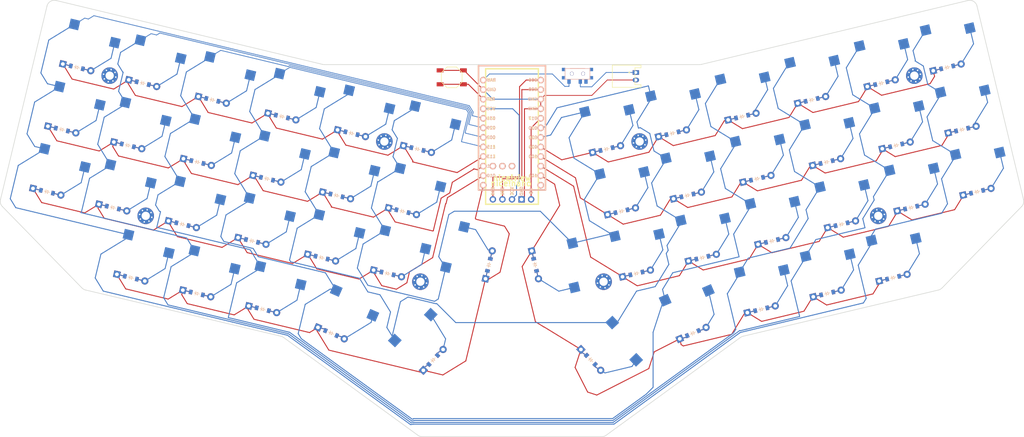
<source format=kicad_pcb>
(kicad_pcb (version 20221018) (generator pcbnew)
  (title_block (title "elv") (rev "v1.0.0") (company "Unknown"))
  (layers (0 "F.Cu" signal) (31 "B.Cu" signal) (34 "B.Paste" user) (35 "F.Paste" user) (36 "B.SilkS" user "B.Silkscreen") (37 "F.SilkS" user "F.Silkscreen") (38 "B.Mask" user) (39 "F.Mask" user) (44 "Edge.Cuts" user))
  (net 0 "")
  (net 1 "P031")
  (net 2 "outer_bottom")
  (net 3 "outer_home")
  (net 4 "outer_top")
  (net 5 "P029")
  (net 6 "pinky_bottom")
  (net 7 "pinky_home")
  (net 8 "pinky_top")
  (net 9 "P002")
  (net 10 "ring_bottom")
  (net 11 "ring_home")
  (net 12 "ring_top")
  (net 13 "P115")
  (net 14 "middle_bottom")
  (net 15 "middle_home")
  (net 16 "middle_top")
  (net 17 "P020")
  (net 18 "index_bottom")
  (net 19 "index_home")
  (net 20 "index_top")
  (net 21 "P022")
  (net 22 "inner_bottom")
  (net 23 "inner_home")
  (net 24 "inner_top")
  (net 25 "mod4_main")
  (net 26 "mod3_main")
  (net 27 "mod2_main")
  (net 28 "mod1_main")
  (net 29 "primary_main")
  (net 30 "aux_main")
  (net 31 "mirror_outer_bottom")
  (net 32 "mirror_outer_home")
  (net 33 "mirror_outer_top")
  (net 34 "mirror_pinky_bottom")
  (net 35 "mirror_pinky_home")
  (net 36 "mirror_pinky_top")
  (net 37 "mirror_ring_bottom")
  (net 38 "mirror_ring_home")
  (net 39 "mirror_ring_top")
  (net 40 "mirror_middle_bottom")
  (net 41 "mirror_middle_home")
  (net 42 "mirror_middle_top")
  (net 43 "mirror_index_bottom")
  (net 44 "mirror_index_home")
  (net 45 "mirror_index_top")
  (net 46 "mirror_inner_bottom")
  (net 47 "mirror_inner_home")
  (net 48 "mirror_inner_top")
  (net 49 "mirror_mod4_main")
  (net 50 "mirror_mod3_main")
  (net 51 "mirror_mod2_main")
  (net 52 "mirror_mod1_main")
  (net 53 "mirror_primary_main")
  (net 54 "mirror_aux_main")
  (net 55 "P010")
  (net 56 "P111")
  (net 57 "P113")
  (net 58 "P009")
  (net 59 "P011")
  (net 60 "P100")
  (net 61 "P024")
  (net 62 "P104")
  (net 63 "RAW")
  (net 64 "GND")
  (net 65 "RST")
  (net 66 "VCC")
  (net 67 "P006")
  (net 68 "P008")
  (net 69 "P017")
  (net 70 "P106")
  (net 71 "P101")
  (net 72 "P102")
  (net 73 "P107")
  (net 74 "BAT")
  (footprint "E73:SPDT_C128955" (layer "F.Cu") (at 199.999436 61.711587)
    (fp_text reference "T1" hide)
    (fp_text value "" hide)
  )
  (footprint "E73:SW_TACT_ALPS_SKQGABE010" (layer "F.Cu") (at 166.616162 62.696148)
    (fp_text reference "B1" hide)
    (fp_text value "" hide)
  )
  (footprint "ComboDiode" (layer "F.Cu") (at 188.754324 112.530854 -76.5)
    (fp_text reference "D48" hide)
    (fp_text value "" hide)
  )
  (footprint "ComboDiode" (layer "F.Cu") (at 103.056419 68.687081 -13.5)
    (fp_text reference "D9" hide)
    (fp_text value "" hide)
  )
  (footprint "PG1350" (layer "F.Cu") (at 279.48371 59.389766 13.5)
    (fp_text reference "S30" hide)
    (fp_text value "" hide)
  )
  (footprint "PG1350" (layer "F.Cu") (at 96.286506 96.885812 -13.5)
    (fp_text reference "S7" hide)
    (fp_text value "" hide)
  )
  (footprint "ComboDiode" (layer "F.Cu") (at 134.586313 130.684625 -23.5)
    (fp_text reference "D22" hide)
    (fp_text value "" hide)
  )
  (footprint "PG1350" (layer "F.Cu") (at 77.811482 92.450354 -13.5)
    (fp_text reference "S4" hide)
    (fp_text value "" hide)
  )
  (footprint "ComboDiode" (layer "F.Cu") (at 113.59431 106.183126 -13.5)
    (fp_text reference "D10" hide)
    (fp_text value "" hide)
  )
  (footprint "PG1350" (layer "F.Cu") (at 133.236575 105.756742 -13.5)
    (fp_text reference "S13" hide)
    (fp_text value "" hide)
  )
  (footprint "PG1350" (layer "F.Cu") (at 214.493106 109.958758 13.5)
    (fp_text reference "S40" hide)
    (fp_text value "" hide)
  )
  (footprint "ComboDiode" (layer "F.Cu") (at 262.175914 68.687081 13.5)
    (fp_text reference "D33" hide)
    (fp_text value "" hide)
  )
  (footprint "PG1350" (layer "F.Cu") (at 247.632778 119.485683 13.5)
    (fp_text reference "S45" hide)
    (fp_text value "" hide)
  )
  (footprint "MountingHole_2.2mm_M2_Pad_Via" (layer "F.Cu") (at 85.372238 99.510442 -13.5)
    (fp_text reference "_2" hide)
    (fp_text value "")
  )
  (footprint "ComboDiode" (layer "F.Cu") (at 280.650934 64.251623 13.5)
    (fp_text reference "D30" hide)
    (fp_text value "" hide)
  )
  (footprint "PG1350" (layer "F.Cu") (at 304.923519 88.248331 13.5)
    (fp_text reference "S25" hide)
    (fp_text value "" hide)
  )
  (footprint "ComboDiode" (layer "F.Cu") (at 80.612824 80.781905 -13.5)
    (fp_text reference "D5" hide)
    (fp_text value "" hide)
  )
  (footprint "MountingHole_2.2mm_M2_Pad_Via" (layer "F.Cu") (at 158.299977 117.018845 -13.5)
    (fp_text reference "_4" hide)
    (fp_text value "")
  )
  (footprint "JST_PH_S2B-PH-K_02x2.00mm_Angled" (layer "F.Cu") (at 215.499436 62.411582 -90)
    (fp_text reference "JST1" hide)
    (fp_text value "" hide)
  )
  (footprint "PG1350" (layer "F.Cu") (at 287.420854 92.450348 13.5)
    (fp_text reference "S28" hide)
    (fp_text value "" hide)
  )
  (footprint "PG1350" (layer "F.Cu") (at 60.30882 88.248328 -13.5)
    (fp_text reference "S1" hide)
    (fp_text value "" hide)
  )
  (footprint "ComboDiode" (layer "F.Cu") (at 153.540567 98.290314 -13.5)
    (fp_text reference "D17" hide)
    (fp_text value "" hide)
  )
  (footprint "ComboDiode" (layer "F.Cu") (at 270.113048 101.747662 13.5)
    (fp_text reference "D31" hide)
    (fp_text value "" hide)
  )
  (footprint "ComboDiode" (layer "F.Cu") (at 302.122168 76.579893 13.5)
    (fp_text reference "D26" hide)
    (fp_text value "" hide)
  )
  (footprint "ComboDiode" (layer "F.Cu") (at 67.078732 60.049602 -13.5)
    (fp_text reference "D3" hide)
    (fp_text value "" hide)
  )
  (footprint "ComboDiode" (layer "F.Cu") (at 230.64602 130.684631 23.5)
    (fp_text reference "D46" hide)
    (fp_text value "" hide)
  )
  (footprint "PG1350" (layer "F.Cu") (at 158.676369 76.898178 -13.5)
    (fp_text reference "S18" hide)
    (fp_text value "" hide)
  )
  (footprint "PG1350" (layer "F.Cu") (at 171.61617 111.363639 76.5)
    (fp_text reference "S24" hide)
    (fp_text value "" hide)
  )
  (footprint "PG1350" (layer "F.Cu") (at 136.580062 126.099333 -23.5)
    (fp_text reference "S22" hide)
    (fp_text value "" hide)
  )
  (footprint "ComboDiode" (layer "F.Cu") (at 266.302659 120.145515 13.5)
    (fp_text reference "D44" hide)
    (fp_text value "" hide)
  )
  (footprint "ComboDiode" (layer "F.Cu") (at 207.723197 81.760028 13.5)
    (fp_text reference "D42" hide)
    (fp_text value "" hide)
  )
  (footprint "ComboDiode" (layer "F.Cu") (at 215.660336 114.820609 13.5)
    (fp_text reference "D40" hide)
    (fp_text value "" hide)
  )
  (footprint "PG1350" (layer "F.Cu") (at 137.205136 89.226455 -13.5)
    (fp_text reference "S14" hide)
    (fp_text value "" hide)
  )
  (footprint "ComboDiode" (layer "F.Cu") (at 98.929662 120.145506 -13.5)
    (fp_text reference "D20" hide)
    (fp_text value "" hide)
  )
  (footprint "PG1350" (layer "F.Cu") (at 118.730105 84.790994 -13.5)
    (fp_text reference "S11" hide)
    (fp_text value "" hide)
  )
  (footprint "PG1350" (layer "F.Cu") (at 300.954939 71.718043 13.5)
    (fp_text reference "S26" hide)
    (fp_text value "" hide)
  )
  (footprint "PG1350" (layer "F.Cu") (at 117.599564 119.485675 -13.5)
    (fp_text reference "S21" hide)
    (fp_text value "" hide)
  )
  (footprint "PG1350" (layer "F.Cu") (at 246.50222 84.790991 13.5)
    (fp_text reference "S35" hide)
    (fp_text value "" hide)
  )
  (footprint "PG1350" (layer "F.Cu") (at 150.739225 109.958764 -13.5)
    (fp_text reference "S16" hide)
    (fp_text value "" hide)
  )
  (footprint "ComboDiode" (layer "F.Cu") (at 121.531455 73.122541 -13.5)
    (fp_text reference "D12" hide)
    (fp_text value "" hide)
  )
  (footprint "ComboDiode" (layer "F.Cu") (at 99.087858 85.217367 -13.5)
    (fp_text reference "D8" hide)
    (fp_text value "" hide)
  )
  (footprint "PG1350" (layer "F.Cu") (at 64.277401 71.718045 -13.5)
    (fp_text reference "S2" hide)
    (fp_text value "" hide)
  )
  (footprint "ComboDiode" (layer "F.Cu") (at 284.619511 80.781918 13.5)
    (fp_text reference "D29" hide)
    (fp_text value "" hide)
  )
  (footprint "ComboDiode" (layer "F.Cu") (at 266.144482 85.217378 13.5)
    (fp_text reference "D32" hide)
    (fp_text value "" hide)
  )
  (footprint "PG1350" (layer "F.Cu") (at 114.761537 101.32128 -13.5)
    (fp_text reference "S10" hide)
    (fp_text value "" hide)
  )
  (footprint "MountingHole_2.2mm_M2_Pad_Via" (layer "F.Cu") (at 206.932363 117.018853 13.5)
    (fp_text reference "_8" hide)
    (fp_text value "")
  )
  (footprint "PG1350" (layer "F.Cu") (at 206.555965 76.898175 13.5)
    (fp_text reference "S42" hide)
    (fp_text value "" hide)
  )
  (footprint "ComboDiode" (layer "F.Cu") (at 136.037909 94.088295 -13.5)
    (fp_text reference "D14" hide)
    (fp_text value "" hide)
  )
  (footprint "PG1350" (layer "F.Cu") (at 264.977258 80.355532 13.5)
    (fp_text reference "S32" hide)
    (fp_text value "" hide)
  )
  (footprint "PG1350" (layer "F.Cu") (at 81.780051 75.92006 -13.5)
    (fp_text reference "S5" hide)
    (fp_text value "" hide)
  )
  (footprint "PG1350" (layer "F.Cu") (at 250.470801 101.321268 13.5)
    (fp_text reference "S34" hide)
    (fp_text value "" hide)
  )
  (footprint "PG1350" (layer "F.Cu") (at 265.135434 115.28366 13.5)
    (fp_text reference "S44" hide)
    (fp_text value "" hide)
  )
  (footprint "MountingHole_2.2mm_M2_Pad_Via" (layer "F.Cu") (at 148.734467 79.756256 -13.5)
    (fp_text reference "_3" hide)
    (fp_text value "")
  )
  (footprint "PG1350" (layer "F.Cu") (at 100.0969 115.283657 -13.5)
    (fp_text reference "S20" hide)
    (fp_text value "" hide)
  )
  (footprint "ComboDiode" (layer "F.Cu") (at 63.110173 76.57989 -13.5)
    (fp_text reference "D2" hide)
    (fp_text value "" hide)
  )
  (footprint "ComboDiode" (layer "F.Cu") (at 283.805328 115.943498 13.5)
    (fp_text reference "D43" hide)
    (fp_text value "" hide)
  )
  (footprint "ComboDiode" (layer "F.Cu") (at 229.194425 94.088303 13.5)
    (fp_text reference "D38" hide)
    (fp_text value "" hide)
  )
  (footprint "PG1350" (layer "F.Cu") (at 210.524541 93.428461 13.5)
    (fp_text reference "S41" hide)
    (fp_text value "" hide)
  )
  (footprint "ComboDiode" (layer "F.Cu") (at 117.562876 89.652831 -13.5)
    (fp_text reference "D11" hide)
    (fp_text value "" hide)
  )
  (footprint "ComboDiode" (layer "F.Cu") (at 251.638018 106.183131 13.5)
    (fp_text reference "D34" hide)
    (fp_text value "" hide)
  )
  (footprint "ComboDiode" (layer "F.Cu") (at 161.698067 137.795268 46.5)
    (fp_text reference "D23" hide)
    (fp_text value "" hide)
  )
  (footprint "PG1350" (layer "F.Cu") (at 296.98637 55.187756 13.5)
    (fp_text reference "S27" hide)
    (fp_text value "" hide)
  )
  (footprint "MountingHole_2.2mm_M2_Pad_Via" (layer "F.Cu") (at 289.425612 62.247847 13.5)
    (fp_text reference "_5" hide)
    (fp_text value "")
  )
  (footprint "PG1350" (layer "F.Cu") (at 224.058628 72.696155 13.5)
    (fp_text reference "S39" hide)
    (fp_text value "" hide)
  )
  (footprint "ComboDiode" (layer "F.Cu") (at 247.669449 89.652828 13.5)
    (fp_text reference "D35" hide)
    (fp_text value "" hide)
  )
  (footprint "lib:niceView_headers" (layer "F.Cu") (at 182.616171 96.428464 90)
    (fp_text reference "niceView1" hide)
    (fp_text value "niceView" hide)
  )
  (footprint "ComboDiode" (layer "F.Cu") (at 176.478018 112.530863 76.5)
    (fp_text reference "D24" hide)
    (fp_text value "" hide)
  )
  (footprint "PG1350" (layer "F.Cu") (at 207.161139 134.353488 -46.5)
    (fp_text reference "S47" hide)
    (fp_text value "" hide)
  )
  (footprint "PG1350" (layer "F.Cu") (at 158.071194 134.353491 46.5)
    (fp_text reference "S23" hide)
    (fp_text value "" hide)
  )
  (footprint "ComboDiode" (layer "F.Cu") (at 225.225851 77.558003 13.5)
    (fp_text reference "D39" hide)
    (fp_text value "" hide)
  )
  (footprint "PG1350" (layer "F.Cu") (at 283.452281 75.920064 13.5)
    (fp_text reference "S29" hide)
    (fp_text value "" hide)
  )
  (footprint "ComboDiode" (layer "F.Cu") (at 95.119277 101.747663 -13.5)
    (fp_text reference "D7" hide)
    (fp_text value "" hide)
  )
  (footprint "ComboDiode" (layer "F.Cu") (at 132.069328 110.618583 -13.5)
    (fp_text reference "D13" hide)
    (fp_text value "" hide)
  )
  (footprint "ComboDiode" (layer "F.Cu") (at 76.644256 97.312196 -13.5)
    (fp_text reference "D4" hide)
    (fp_text value "" hide)
  )
  (footprint "MountingHole_2.2mm_M2_Pad_Via" (layer "F.Cu") (at 75.806716 62.247847 -13.5)
    (fp_text reference "_1" hide)
    (fp_text value "")
  )
  (footprint "PG1350" (layer "F.Cu") (at 154.707798 93.428464 -13.5)
    (fp_text reference "S17" hide)
    (fp_text value "" hide)
  )
  (footprint "ComboDiode" (layer "F.Cu") (at 140.006486 77.558012 -13.5)
    (fp_text reference "D15" hide)
    (fp_text value "" hide)
  )
  (footprint "PG1350" (layer "F.Cu") (at 242.533649 68.260705 13.5)
    (fp_text reference "S36" hide)
    (fp_text value "" hide)
  )
  (footprint "PG1350" (layer "F.Cu") (at 261.008679 63.825235 13.5)
    (fp_text reference "S33" hide)
    (fp_text value "" hide)
  )
  (footprint "ComboDiode" (layer "F.Cu") (at 248.800007 124.347525 13.5)
    (fp_text reference "D45" hide)
    (fp_text value "" hide)
  )
  (footprint "ComboDiode" (layer "F.Cu") (at 233.162991 110.618578 13.5)
    (fp_text reference "D37" hide)
    (fp_text value "" hide)
  )
  (footprint "PG1350" (layer "F.Cu") (at 228.652271 126.099317 23.5)
    (fp_text reference "S46" hide)
    (fp_text value "" hide)
  )
  (footprint "PG1350" (layer "F.Cu") (at 282.638096 111.081642 13.5)
    (fp_text reference "S43" hide)
    (fp_text value "" hide)
  )
  (footprint "ComboDiode" (layer "F.Cu") (at 59.141595 93.110185 -13.5)
    (fp_text reference "D1" hide)
    (fp_text value "" hide)
  )
  (footprint "PG1350" (layer "F.Cu") (at 228.027192 89.226448 13.5)
    (fp_text reference "S38" hide)
    (fp_text value "" hide)
  )
  (footprint "PG1350" (layer "F.Cu") (at 104.22365 63.825238 -13.5)
    (fp_text reference "S9" hide)
    (fp_text value "" hide)
  )
  (footprint "nice_nano" (layer "F.Cu") (at 182.616169 77.398171 -90)
    (fp_text reference "MCU1" hide)
    (fp_text value "nice_nano" hide)
  )
  (footprint "ComboDiode" (layer "F.Cu") (at 149.571993 114.820607 -13.5)
    (fp_text reference "D16" hide)
    (fp_text value "" hide)
  )
  (footprint "PG1350" (layer "F.Cu") (at 141.173707 72.696155 -13.5)
    (fp_text reference "S15" hide)
    (fp_text value "" hide)
  )
  (footprint "ComboDiode" (layer "F.Cu") (at 298.153592 60.049599 13.5)
    (fp_text reference "D27" hide)
    (fp_text value "" hide)
  )
  (footprint "PG1350" (layer "F.Cu") (at 268.945828 96.885802 13.5)
    (fp_text reference "S31" hide)
    (fp_text value "" hide)
  )
  (footprint "MountingHole_2.2mm_M2_Pad_Via" (layer "F.Cu") (at 279.860094 99.510455 13.5)
    (fp_text reference "_6" hide)
    (fp_text value "")
  )
  (footprint "PG1350" (layer "F.Cu") (at 122.698684 68.260699 -13.5)
    (fp_text reference "S12" hide)
    (fp_text value "" hide)
  )
  (footprint "ComboDiode" (layer "F.Cu") (at 84.581393 64.251618 -13.5)
    (fp_text reference "D6" hide)
    (fp_text value "" hide)
  )
  (footprint "ComboDiode" (layer "F.Cu") (at 81.427019 115.94349 -13.5)
    (fp_text reference "D19" hide)
    (fp_text value "" hide)
  )
  (footprint "PG1350" (layer "F.Cu") (at 100.255073 80.355522 -13.5)
    (fp_text reference "S8" hide)
    (fp_text value "" hide)
  )
  (footprint "ComboDiode" (layer "F.Cu") (at 288.588085 97.312201 13.5)
    (fp_text reference "D28" hide)
    (fp_text value "" hide)
  )
  (footprint "PG1350" (layer "F.Cu") (at 82.594244 111.081643 -13.5)
    (fp_text reference "S19" hide)
    (fp_text value "" hide)
  )
  (footprint "PG1350" (layer "F.Cu") (at 85.748633 59.38977 -13.5)
    (fp_text reference "S6" hide)
    (fp_text value "" hide)
  )
  (footprint "PG1350" (layer "F.Cu") (at 231.995764 105.756732 13.5)
    (fp_text reference "S37" hide)
    (fp_text value "" hide)
  )
  (footprint "MountingHole_2.2mm_M2_Pad_Via" (layer "F.Cu") (at 216.497867 79.756259 13.5)
    (fp_text reference "_7" hide)
    (fp_text value "")
  )
  (footprint "PG1350" (layer "F.Cu") (at 193.616166 111.363636 -76.5)
    (fp_text reference "S48" hide)
    (fp_text value "" hide)
  )
  (footprint "ComboDiode" (layer "F.Cu") (at 243.700885 73.122543 13.5)
    (fp_text reference "D36" hide)
    (fp_text value "" hide)
  )
  (footprint "ComboDiode" (layer "F.Cu") (at 211.691764 98.290319 13.5)
    (fp_text reference "D41" hide)
    (fp_text value "" hide)
  )
  (footprint "ComboDiode" (layer "F.Cu") (at 203.534271 137.795278 -46.5)
    (fp_text reference "D47" hide)
    (fp_text value "" hide)
  )
  (footprint "ComboDiode" (layer "F.Cu") (at 157.509145 81.760026 -13.5)
    (fp_text reference "D18" hide)
    (fp_text value "" hide)
  )
  (footprint "ComboDiode" (layer "F.Cu") (at 116.432324 124.34754 -13.5)
    (fp_text reference "D21" hide)
    (fp_text value "" hide)
  )
  (footprint "ComboDiode" (layer "F.Cu") (at 306.09074 93.110176 13.5)
    (fp_text reference "D25" hide)
    (fp_text value "" hide)
  )
  (footprint "PG1350" (layer "F.Cu") (at 68.245961 55.187754 -13.5)
    (fp_text reference "S3" hide)
    (fp_text value "" hide)
  )
  (gr_arc (start 296.793681 118.677697) (mid 296.34759 119.021272) (end 295.823412 119.226887) (stroke (width 0.15)) (layer "Edge.Cuts"))
  (gr_arc (start 121.255818 131.508559) (mid 121.630858 131.637826) (end 121.973 131.838582) (stroke (width 0.15)) (layer "Edge.Cuts"))
  (gr_line (start 318.415903 95.186125) (end 306.067616 43.751806) (stroke (width 0.15)) (layer "Edge.Cuts"))
  (gr_line (start 132.329177 59.260204) (end 61.576342 42.273956) (stroke (width 0.15)) (layer "Edge.Cuts"))
  (gr_line (start 303.655982 42.273956) (end 232.903152 59.26021) (stroke (width 0.15)) (layer "Edge.Cuts"))
  (gr_arc (start 132.796069 59.315468) (mid 132.560992 59.30161) (end 132.329177 59.260204) (stroke (width 0.15)) (layer "Edge.Cuts"))
  (gr_arc (start 158.817389 158.224052) (mid 158.19782 158.125652) (end 157.639198 157.840178) (stroke (width 0.15)) (layer "Edge.Cuts"))
  (gr_arc (start 243.259333 131.838575) (mid 243.601479 131.637824) (end 243.976517 131.508557) (stroke (width 0.15)) (layer "Edge.Cuts"))
  (gr_arc (start 303.655982 42.273956) (mid 305.167846 42.513435) (end 306.067616 43.751806) (stroke (width 0.15)) (layer "Edge.Cuts"))
  (gr_arc (start 47.329889 97.049963) (mid 46.832972 96.184209) (end 46.816429 95.186131) (stroke (width 0.15)) (layer "Edge.Cuts"))
  (gr_line (start 207.593144 157.840185) (end 243.259333 131.838575) (stroke (width 0.15)) (layer "Edge.Cuts"))
  (gr_arc (start 318.415901 95.186138) (mid 318.399311 96.1842) (end 317.902447 97.049965) (stroke (width 0.15)) (layer "Edge.Cuts"))
  (gr_line (start 121.973 131.838582) (end 157.639198 157.840178) (stroke (width 0.15)) (layer "Edge.Cuts"))
  (gr_arc (start 69.408916 119.226892) (mid 68.884735 119.021272) (end 68.438652 118.677685) (stroke (width 0.15)) (layer "Edge.Cuts"))
  (gr_line (start 243.976517 131.508557) (end 295.823412 119.226887) (stroke (width 0.15)) (layer "Edge.Cuts"))
  (gr_arc (start 59.164714 43.751808) (mid 60.064453 42.513417) (end 61.576342 42.273956) (stroke (width 0.15)) (layer "Edge.Cuts"))
  (gr_arc (start 232.903159 59.260212) (mid 232.671344 59.301607) (end 232.43627 59.315465) (stroke (width 0.15)) (layer "Edge.Cuts"))
  (gr_line (start 232.43627 59.315465) (end 132.796069 59.315464) (stroke (width 0.15)) (layer "Edge.Cuts"))
  (gr_line (start 47.329889 97.049963) (end 68.438652 118.677685) (stroke (width 0.15)) (layer "Edge.Cuts"))
  (gr_line (start 158.817389 158.224052) (end 206.41494 158.224052) (stroke (width 0.15)) (layer "Edge.Cuts"))
  (gr_arc (start 207.593144 157.840185) (mid 207.034524 158.125682) (end 206.41494 158.224052) (stroke (width 0.15)) (layer "Edge.Cuts"))
  (gr_line (start 69.408916 119.226892) (end 121.255818 131.508559) (stroke (width 0.15)) (layer "Edge.Cuts"))
  (gr_line (start 59.164714 43.751808) (end 46.816429 95.186131) (stroke (width 0.15)) (layer "Edge.Cuts"))
  (gr_line (start 296.793686 118.677687) (end 317.902447 97.049965) (stroke (width 0.15)) (layer "Edge.Cuts"))
  (segment (start 70.168182 47.200324) (end 71.615161 46.313622) (width 0.2) (layer "B.Cu") (net 1))
  (segment (start 296.686608 98.8279) (end 279.086717 103.053264) (width 0.25) (layer "B.Cu") (net 1))
  (segment (start 74.103754 119.516213) (end 108.428415 127.756833) (width 0.25) (layer "B.Cu") (net 1))
  (segment (start 58.513311 81.698196) (end 58.474252 81.860878) (width 0.25) (layer "B.Cu") (net 1))
  (segment (start 71.959533 116.017164) (end 74.103754 119.516213) (width 0.25) (layer "B.Cu") (net 1))
  (segment (start 69.182189 46.963615) (end 70.168182 47.200324) (width 0.2) (layer "B.Cu") (net 1))
  (segment (start 80.612914 105.305487) (end 73.482089 109.675261) (width 0.25) (layer "B.Cu") (net 1))
  (segment (start 155.698639 155.005322) (end 156.439715 154.887947) (width 0.25) (layer "B.Cu") (net 1))
  (segment (start 53.856095 77.72465) (end 55.90776 81.072657) (width 0.25) (layer "B.Cu") (net 1))
  (segment (start 80.79873 104.53151) (end 80.612914 105.305487) (width 0.25) (layer "B.Cu") (net 1))
  (segment (start 300.422441 83.52902) (end 296.650924 89.683573) (width 0.25) (layer "B.Cu") (net 1))
  (segment (start 279.086717 103.053264) (end 277.833552 105.098248) (width 0.25) (layer "B.Cu") (net 1))
  (segment (start 209.663439 154.887948) (end 209.673765 154.877621) (width 0.25) (layer "B.Cu") (net 1))
  (segment (start 62.46617 65.233353) (end 55.887079 69.26504) (width 0.25) (layer "B.Cu") (net 1))
  (segment (start 59.637833 52.78529) (end 57.536814 61.53662) (width 0.25) (layer "B.Cu") (net 1))
  (segment (start 293.000249 64.624994) (end 296.381423 66.696981) (width 0.25) (layer "B.Cu") (net 1))
  (segment (start 66.450456 48.637622) (end 66.418665 48.629991) (width 0.25) (layer "B.Cu") (net 1))
  (segment (start 209.673765 154.877621) (end 243.222556 130.502991) (width 0.25) (layer "B.Cu") (net 1))
  (segment (start 243.222556 130.502991) (end 243.240672 130.505864) (width 0.25) (layer "B.Cu") (net 1))
  (segment (start 73.482089 109.675261) (end 71.959533 116.017164) (width 0.25) (layer "B.Cu") (net 1))
  (segment (start 243.240672 130.505864) (end 275.912308 122.662097) (width 0.25) (layer "B.Cu") (net 1))
  (segment (start 277.833552 105.098248) (end 278.064585 106.060579) (width 0.25) (layer "B.Cu") (net 1))
  (segment (start 300.350008 83.227263) (end 300.422441 83.52902) (width 0.25) (layer "B.Cu") (net 1))
  (segment (start 296.50056 67.193206) (end 292.802945 73.227179) (width 0.25) (layer "B.Cu") (net 1))
  (segment (start 171.28022 70.241075) (end 172.316886 71.932776) (width 0.2) (layer "B.Cu") (net 1))
  (segment (start 123.013968 131.258517) (end 155.698639 155.005322) (width 0.25) (layer "B.Cu") (net 1))
  (segment (start 278.202772 106.63616) (end 278.064582 106.060581) (width 0.25) (layer "B.Cu") (net 1))
  (segment (start 66.418665 48.629991) (end 59.637833 52.78529) (width 0.25) (layer "B.Cu") (net 1))
  (segment (start 289.087108 55.607793) (end 289.717415 58.233203) (width 0.25) (layer "B.Cu") (net 1))
  (segment (start 289.717415 58.233203) (end 289.643514 58.353779) (width 0.25) (layer "B.Cu") (net 1))
  (segment (start 108.428415 127.756833) (end 123.013968 131.258517) (width 0.25) (layer "B.Cu") (net 1))
  (segment (start 58.474252 81.860878) (end 51.533418 86.114236) (width 0.25) (layer "B.Cu") (net 1))
  (segment (start 296.650924 89.683573) (end 298.238361 96.295681) (width 0.25) (layer "B.Cu") (net 1))
  (segment (start 49.409051 94.962804) (end 50.869585 97.346164) (width 0.25) (layer "B.Cu") (net 1))
  (segment (start 66.450453 48.637622) (end 69.182189 46.963615) (width 0.2) (layer "B.Cu") (net 1))
  (segment (start 276.646366 121.464207) (end 274.526666 112.635015) (width 0.25) (layer "B.Cu") (net 1))
  (segment (start 289.643514 58.353779) (end 291.813988 59.683849) (width 0.25) (layer "B.Cu") (net 1))
  (segment (start 57.536814 61.53662) (end 59.29291 64.402301) (width 0.25) (layer "B.Cu") (net 1))
  (segment (start 172.316886 71.932776) (end 172.084125 72.902279) (width 0.2) (layer "B.Cu") (net 1))
  (segment (start 51.533418 86.114236) (end 49.409051 94.962804) (width 0.25) (layer "B.Cu") (net 1))
  (segment (start 292.415282 50.176736) (end 289.087108 55.607793) (width 0.25) (layer "B.Cu") (net 1))
  (segment (start 292.412865 50.166695) (end 292.415282 50.176736) (width 0.25) (layer "B.Cu") (net 1))
  (segment (start 294.316026 79.529645) (end 300.350008 83.227263) (width 0.25) (layer "B.Cu") (net 1))
  (segment (start 274.526666 112.635015) (end 278.202772 106.63616) (width 0.25) (layer "B.Cu") (net 1))
  (segment (start 55.90776 81.072657) (end 58.513311 81.698196) (width 0.25) (layer "B.Cu") (net 1))
  (segment (start 292.802945 73.227179) (end 294.316026 79.529645) (width 0.25) (layer "B.Cu") (net 1))
  (segment (start 55.887079 69.26504) (end 53.856095 77.72465) (width 0.25) (layer "B.Cu") (net 1))
  (segment (start 71.615161 46.313622) (end 171.28022 70.241075) (width 0.2) (layer "B.Cu") (net 1))
  (segment (start 50.869585 97.346164) (end 80.798731 104.531508) (width 0.25) (layer "B.Cu") (net 1))
  (segment (start 296.381423 66.696981) (end 296.50056 67.193206) (width 0.25) (layer "B.Cu") (net 1))
  (segment (start 172.099629 72.89278) (end 174.996169 73.58818) (width 0.2) (layer "B.Cu") (net 1))
  (segment (start 291.813988 59.683849) (end 293.000249 64.624994) (width 0.25) (layer "B.Cu") (net 1))
  (segment (start 62.481879 65.167908) (end 62.46617 65.233353) (width 0.25) (layer "B.Cu") (net 1))
  (segment (start 298.238361 96.295681) (end 296.686608 98.8279) (width 0.25) (layer "B.Cu") (net 1))
  (segment (start 275.912308 122.662097) (end 276.646366 121.464207) (width 0.25) (layer "B.Cu") (net 1))
  (segment (start 59.29291 64.402301) (end 62.481879 65.167908) (width 0.25) (layer "B.Cu") (net 1))
  (segment (start 156.439715 154.887947) (end 209.663439 154.887948) (width 0.25) (layer "B.Cu") (net 1))
  (segment (start 60.745996 93.495369) (end 62.846324 93.999611) (width 0.25) (layer "F.Cu") (net 2))
  (segment (start 60.745996 93.495369) (end 62.846324 93.999611) (width 0.25) (layer "B.Cu") (net 2))
  (segment (start 68.230289 90.700313) (end 69.230598 86.533707) (width 0.25) (layer "B.Cu") (net 2))
  (segment (start 62.846324 93.999611) (end 68.230289 90.700313) (width 0.25) (layer "B.Cu") (net 2))
  (segment (start 64.714586 76.96508) (end 66.81489 77.469324) (width 0.25) (layer "F.Cu") (net 3))
  (segment (start 72.198867 74.170022) (end 73.19917 70.00342) (width 0.25) (layer "B.Cu") (net 3))
  (segment (start 66.81489 77.469324) (end 72.198867 74.170022) (width 0.25) (layer "B.Cu") (net 3))
  (segment (start 64.714586 76.96508) (end 66.81489 77.469324) (width 0.25) (layer "B.Cu") (net 3))
  (segment (start 68.68314 60.434793) (end 70.783471 60.939034) (width 0.25) (layer "F.Cu") (net 4))
  (segment (start 76.16743 57.639729) (end 77.167749 53.473129) (width 0.25) (layer "B.Cu") (net 4))
  (segment (start 68.68314 60.434793) (end 70.783471 60.939034) (width 0.25) (layer "B.Cu") (net 4))
  (segment (start 70.783471 60.939034) (end 76.16743 57.639729) (width 0.25) (layer "B.Cu") (net 4))
  (segment (start 243.087389 129.983161) (end 209.46077 154.414324) (width 0.25) (layer "B.Cu") (net 5))
  (segment (start 209.437147 154.437947) (end 209.46077 154.414324) (width 0.25) (layer "B.Cu") (net 5))
  (segment (start 244.788652 129.671436) (end 243.3301 130.0216) (width 0.25) (layer "B.Cu") (net 5))
  (segment (start 156.467902 154.437947) (end 209.437147 154.437947) (width 0.25) (layer "B.Cu") (net 5))
  (segment (start 282.847338 87.429279) (end 276.210463 83.362194) (width 0.25) (layer "B.Cu") (net 5))
  (segment (start 171.177003 75.211276) (end 174.996171 76.128179) (width 0.2) (layer "B.Cu") (net 5))
  (segment (start 263.285312 105.818433) (end 276.325115 102.687844) (width 0.25) (layer "B.Cu") (net 5))
  (segment (start 275.741493 100.256924) (end 278.771088 95.313085) (width 0.25) (layer "B.Cu") (net 5))
  (segment (start 70.456325 89.538822) (end 68.285284 98.581858) (width 0.25) (layer "B.Cu") (net 5))
  (segment (start 93.377883 123.680733) (end 120.020821 130.077137) (width 0.25) (layer "B.Cu") (net 5))
  (segment (start 258.985256 126.263137) (end 244.788652 129.671436) (width 0.25) (layer "B.Cu") (net 5))
  (segment (start 120.020821 130.077137) (end 123.279178 130.859403) (width 0.25) (layer "B.Cu") (net 5))
  (segment (start 171.025729 70.591349) (end 171.889262 72.000497) (width 0.2) (layer "B.Cu") (net 5))
  (segment (start 75.925967 85.878603) (end 76.015969 85.900216) (width 0.25) (layer "B.Cu") (net 5))
  (segment (start 92.116682 113.017772) (end 90.130669 121.290117) (width 0.25) (layer "B.Cu") (net 5))
  (segment (start 68.285284 98.581858) (end 68.164704 98.655753) (width 0.25) (layer "B.Cu") (net 5))
  (segment (start 74.35485 73.300235) (end 72.627366 80.495781) (width 0.25) (layer "B.Cu") (net 5))
  (segment (start 77.957636 59.150323) (end 79.287695 61.320791) (width 0.25) (layer "B.Cu") (net 5))
  (segment (start 92.116682 113.017772) (end 98.162259 109.31303) (width 0.25) (layer "B.Cu") (net 5))
  (segment (start 278.927867 71.10351) (end 278.878776 70.899002) (width 0.25) (layer "B.Cu") (net 5))
  (segment (start 171.134909 75.142584) (end 171.177003 75.211276) (width 0.2) (layer "B.Cu") (net 5))
  (segment (start 274.860784 77.740392) (end 278.927867 71.10351) (width 0.25) (layer "B.Cu") (net 5))
  (segment (start 76.015969 85.900216) (end 75.95076 86.171821) (width 0.25) (layer "B.Cu") (net 5))
  (segment (start 260.561927 110.262597) (end 263.285312 105.818433) (width 0.25) (layer "B.Cu") (net 5))
  (segment (start 86.805438 51.091736) (end 88.277609 51.445171) (width 0.2) (layer "B.Cu") (net 5))
  (segment (start 79.287695 61.320791) (end 79.384943 61.344137) (width 0.25) (layer "B.Cu") (net 5))
  (segment (start 83.953116 52.839635) (end 78.699838 56.058847) (width 0.25) (layer "B.Cu") (net 5))
  (segment (start 79.984535 69.369922) (end 79.849291 69.933243) (width 0.25) (layer "B.Cu") (net 5))
  (segment (start 256.714652 116.805404) (end 258.985256 126.263137) (width 0.25) (layer "B.Cu") (net 5))
  (segment (start 276.325115 102.687844) (end 275.741493 100.256924) (width 0.25) (layer "B.Cu") (net 5))
  (segment (start 68.164704 98.655753) (end 96.258947 105.400582) (width 0.25) (layer "B.Cu") (net 5))
  (segment (start 278.771088 95.313085) (end 278.558581 94.427905) (width 0.25) (layer "B.Cu") (net 5))
  (segment (start 78.699838 56.058847) (end 77.957636 59.150323) (width 0.25) (layer "B.Cu") (net 5))
  (segment (start 90.130669 121.290117) (end 91.288206 123.179049) (width 0.25) (layer "B.Cu") (net 5))
  (segment (start 260.561928 110.262589) (end 260.561927 110.262597) (width 0.25) (layer "B.Cu") (net 5))
  (segment (start 89.121677 50.927927) (end 171.025729 70.591349) (width 0.2) (layer "B.Cu") (net 5))
  (segment (start 260.607579 110.452732) (end 256.891168 116.517352) (width 0.25) (layer "B.Cu") (net 5))
  (segment (start 260.561928 110.262589) (end 260.607579 110.452732) (width 0.25) (layer "B.Cu") (net 5))
  (segment (start 98.162259 109.31303) (end 98.301384 108.733534) (width 0.25) (layer "B.Cu") (net 5))
  (segment (start 271.360359 60.161519) (end 274.910212 54.368698) (width 0.25) (layer "B.Cu") (net 5))
  (segment (start 273.085958 67.349158) (end 271.360359 60.161519) (width 0.25) (layer "B.Cu") (net 5))
  (segment (start 79.849291 69.933243) (end 74.35485 73.300235) (width 0.25) (layer "B.Cu") (net 5))
  (segment (start 72.627366 80.495781) (end 75.925967 85.878603) (width 0.25) (layer "B.Cu") (net 5))
  (segment (start 91.288206 123.179049) (end 93.377883 123.680733) (width 0.25) (layer "B.Cu") (net 5))
  (segment (start 276.210463 83.362194) (end 274.860784 77.740392) (width 0.25) (layer "B.Cu") (net 5))
  (segment (start 256.891168 116.517352) (end 256.714652 116.805404) (width 0.25) (layer "B.Cu") (net 5))
  (segment (start 96.258947 105.400582) (end 98.30139 108.733517) (width 0.25) (layer "B.Cu") (net 5))
  (segment (start 156.459205 154.42925) (end 156.467902 154.437947) (width 0.25) (layer "B.Cu") (net 5))
  (segment (start 278.558581 94.427905) (end 282.847338 87.429279) (width 0.25) (layer "B.Cu") (net 5))
  (segment (start 123.279178 130.859403) (end 155.852543 154.525335) (width 0.25) (layer "B.Cu") (net 5))
  (segment (start 155.852543 154.525335) (end 156.459205 154.42925) (width 0.25) (layer "B.Cu") (net 5))
  (segment (start 75.95076 86.171821) (end 70.456325 89.538822) (width 0.25) (layer "B.Cu") (net 5))
  (segment (start 278.878776 70.899002) (end 273.085958 67.349158) (width 0.25) (layer "B.Cu") (net 5))
  (segment (start 83.95312 52.839642) (end 86.805438 51.091736) (width 0.2) (layer "B.Cu") (net 5))
  (segment (start 88.277609 51.445171) (end 89.121677 50.927927) (width 0.2) (layer "B.Cu") (net 5))
  (segment (start 78.169277 66.407689) (end 79.984535 69.369922) (width 0.25) (layer "B.Cu") (net 5))
  (segment (start 243.3301 130.0216) (end 243.087389 129.983161) (width 0.25) (layer "B.Cu") (net 5))
  (segment (start 171.889262 72.000497) (end 171.134909 75.142584) (width 0.2) (layer "B.Cu") (net 5))
  (segment (start 79.384943 61.344137) (end 78.169277 66.407689) (width 0.25) (layer "B.Cu") (net 5))
  (segment (start 78.248659 97.697381) (end 80.348979 98.201623) (width 0.25) (layer "F.Cu") (net 6))
  (segment (start 80.348979 98.201623) (end 85.732948 94.902331) (width 0.25) (layer "B.Cu") (net 6))
  (segment (start 85.732948 94.902331) (end 86.733262 90.735724) (width 0.25) (layer "B.Cu") (net 6))
  (segment (start 78.248659 97.697381) (end 80.348979 98.201623) (width 0.25) (layer "B.Cu") (net 6))
  (segment (start 82.217234 81.1671) (end 84.317562 81.671339) (width 0.25) (layer "F.Cu") (net 7))
  (segment (start 89.701527 78.372048) (end 90.70183 74.205443) (width 0.25) (layer "B.Cu") (net 7))
  (segment (start 82.217234 81.1671) (end 84.317562 81.671339) (width 0.25) (layer "B.Cu") (net 7))
  (segment (start 84.317562 81.671339) (end 89.701527 78.372048) (width 0.25) (layer "B.Cu") (net 7))
  (segment (start 86.185809 64.636805) (end 88.286126 65.141046) (width 0.25) (layer "F.Cu") (net 8))
  (segment (start 86.185809 64.636805) (end 88.286126 65.141046) (width 0.25) (layer "B.Cu") (net 8))
  (segment (start 93.670088 61.841752) (end 94.670403 57.675148) (width 0.25) (layer "B.Cu") (net 8))
  (segment (start 88.286126 65.141046) (end 93.670088 61.841752) (width 0.25) (layer "B.Cu") (net 8))
  (segment (start 253.284538 70.971801) (end 260.40374 75.334455) (width 0.25) (layer "B.Cu") (net 9))
  (segment (start 252.004894 65.641705) (end 253.284538 70.971801) (width 0.25) (layer "B.Cu") (net 9))
  (segment (start 123.565473 130.465349) (end 107.290587 126.558093) (width 0.25) (layer "B.Cu") (net 9))
  (segment (start 241.447738 130.618207) (end 235.424472 134.994362) (width 0.25) (layer "B.Cu") (net 9))
  (segment (start 89.312204 98.385055) (end 88.308392 102.56624) (width 0.25) (layer "B.Cu") (net 9))
  (segment (start 94.649215 67.587459) (end 98.459574 73.805392) (width 0.25) (layer "B.Cu") (net 9))
  (segment (start 261.237376 100.242449) (end 256.434365 108.080246) (width 0.25) (layer "B.Cu") (net 9))
  (segment (start 113.096582 108.517362) (end 115.804041 112.935544) (width 0.25) (layer "B.Cu") (net 9))
  (segment (start 105.280462 55.527196) (end 123.205431 59.830602) (width 0.2) (layer "B.Cu") (net 9))
  (segment (start 170.771247 70.941618) (end 171.461637 72.068227) (width 0.2) (layer "B.Cu") (net 9))
  (segment (start 123.205431 59.830602) (end 123.56718 59.608924) (width 0.2) (layer "B.Cu") (net 9))
  (segment (start 88.308392 102.56624) (end 113.096582 108.517362) (width 0.25) (layer "B.Cu") (net 9))
  (segment (start 98.244995 73.753871) (end 91.931413 77.622838) (width 0.25) (layer "B.Cu") (net 9))
  (segment (start 260.316546 75.355389) (end 256.241825 82.004719) (width 0.25) (layer "B.Cu") (net 9))
  (segment (start 170.185696 77.382899) (end 170.279381 77.535775) (width 0.2) (layer "B.Cu") (net 9))
  (segment (start 109.508643 117.319239) (end 109.631576 117.243901) (width 0.25) (layer "B.Cu") (net 9))
  (segment (start 156.652624 153.899382) (end 156.616808 153.948679) (width 0.25) (layer "B.Cu") (net 9))
  (segment (start 96.168353 61.259817) (end 94.649215 67.587459) (width 0.25) (layer "B.Cu") (net 9))
  (segment (start 87.985995 96.626874) (end 89.020482 98.315018) (width 0.25) (layer "B.Cu") (net 9))
  (segment (start 245.3393 110.743931) (end 243.059271 114.464611) (width 0.25) (layer "B.Cu") (net 9))
  (segment (start 102.386278 57.449466) (end 96.168353 61.259817) (width 0.25) (layer "B.Cu") (net 9))
  (segment (start 156.018035 154.043517) (end 123.565473 130.465349) (width 0.25) (layer "B.Cu") (net 9))
  (segment (start 115.656022 113.552126) (end 115.804047 112.935544) (width 0.25) (layer "B.Cu") (net 9))
  (segment (start 256.435167 58.804172) (end 256.153503 58.871788) (width 0.25) (layer "B.Cu") (net 9))
  (segment (start 260.40374 75.334455) (end 260.316546 75.355389) (width 0.25) (layer "B.Cu") (net 9))
  (segment (start 256.434365 108.080246) (end 245.3393 110.743931) (width 0.25) (layer "B.Cu") (net 9))
  (segment (start 243.128265 114.751984) (end 239.781317 120.213693) (width 0.25) (layer "B.Cu") (net 9))
  (segment (start 109.631576 117.243901) (end 115.656022 113.552126) (width 0.25) (layer "B.Cu") (net 9))
  (segment (start 256.153503 58.871788) (end 252.004894 65.641705) (width 0.25) (layer "B.Cu") (net 9))
  (segment (start 98.459574 73.805392) (end 98.244995 73.753871) (width 0.25) (layer "B.Cu") (net 9))
  (segment (start 239.778749 120.239458) (end 242.038873 129.653554) (width 0.25) (layer "B.Cu") (net 9))
  (segment (start 239.785043 120.229203) (end 239.778749 120.239458) (width 0.25) (layer "B.Cu") (net 9))
  (segment (start 170.279381 77.535775) (end 174.996169 78.668181) (width 0.2) (layer "B.Cu") (net 9))
  (segment (start 102.428139 57.275098) (end 102.386278 57.449466) (width 0.25) (layer "B.Cu") (net 9))
  (segment (start 209.403955 153.899382) (end 156.652624 153.899382) (width 0.25) (layer "B.Cu") (net 9))
  (segment (start 91.931413 77.622838) (end 90.458967 83.756004) (width 0.25) (layer "B.Cu") (net 9))
  (segment (start 239.781317 120.213693) (end 239.785043 120.229203) (width 0.25) (layer "B.Cu") (net 9))
  (segment (start 88.634813 93.924353) (end 87.985995 96.626874) (width 0.25) (layer "B.Cu") (net 9))
  (segment (start 102.428141 57.275105) (end 105.280462 55.527196) (width 0.2) (layer "B.Cu") (net 9))
  (segment (start 260.674695 97.898712) (end 261.237376 100.242449) (width 0.25) (layer "B.Cu") (net 9))
  (segment (start 242.038873 129.653554) (end 241.447738 130.618207) (width 0.25) (layer "B.Cu") (net 9))
  (segment (start 256.241825 82.004719) (end 257.614852 87.723771) (width 0.25) (layer "B.Cu") (net 9))
  (segment (start 156.616808 153.948679) (end 156.018035 154.043517) (width 0.25) (layer "B.Cu") (net 9))
  (segment (start 90.458967 83.756004) (end 94.491001 90.335678) (width 0.25) (layer "B.Cu") (net 9))
  (segment (start 171.461637 72.068227) (end 170.185696 77.382899) (width 0.2) (layer "B.Cu") (net 9))
  (segment (start 264.372318 91.864749) (end 260.674695 97.898712) (width 0.25) (layer "B.Cu") (net 9))
  (segment (start 107.290587 126.558093) (end 109.508643 117.319239) (width 0.25) (layer "B.Cu") (net 9))
  (segment (start 89.020482 98.315018) (end 89.312204 98.385055) (width 0.25) (layer "B.Cu") (net 9))
  (segment (start 123.56718 59.608924) (end 170.771247 70.941618) (width 0.2) (layer "B.Cu") (net 9))
  (segment (start 243.059271 114.464614) (end 243.128265 114.751984) (width 0.25) (layer "B.Cu") (net 9))
  (segment (start 257.614852 87.723771) (end 264.372318 91.864749) (width 0.25) (layer "B.Cu") (net 9))
  (segment (start 235.424472 134.994362) (end 209.403955 153.899382) (width 0.25) (layer "B.Cu") (net 9))
  (segment (start 94.491001 90.335678) (end 88.634813 93.924353) (width 0.25) (layer "B.Cu") (net 9))
  (segment (start 96.723692 102.132836) (end 98.824018 102.63709) (width 0.25) (layer "F.Cu") (net 10))
  (segment (start 104.207979 99.337789) (end 105.208295 95.171184) (width 0.25) (layer "B.Cu") (net 10))
  (segment (start 98.824018 102.63709) (end 104.207979 99.337789) (width 0.25) (layer "B.Cu") (net 10))
  (segment (start 96.723692 102.132836) (end 98.824018 102.63709) (width 0.25) (layer "B.Cu") (net 10))
  (segment (start 100.692262 85.602557) (end 102.792585 86.106809) (width 0.25) (layer "F.Cu") (net 11))
  (segment (start 102.792585 86.106809) (end 108.176542 82.8075) (width 0.25) (layer "B.Cu") (net 11))
  (segment (start 100.692262 85.602557) (end 102.792585 86.106809) (width 0.25) (layer "B.Cu") (net 11))
  (segment (start 108.176542 82.8075) (end 109.17686 78.640898) (width 0.25) (layer "B.Cu") (net 11))
  (segment (start 104.660838 69.072271) (end 106.76116 69.57651) (width 0.25) (layer "F.Cu") (net 12))
  (segment (start 112.145119 66.277211) (end 113.14543 62.110607) (width 0.25) (layer "B.Cu") (net 12))
  (segment (start 106.76116 69.57651) (end 112.145119 66.277211) (width 0.25) (layer "B.Cu") (net 12))
  (segment (start 106.76116 69.57651) (end 104.660838 69.072271) (width 0.25) (layer "B.Cu") (net 12))
  (segment (start 237.872949 63.260562) (end 233.94602 69.668742) (width 0.25) (layer "B.Cu") (net 13))
  (segment (start 114.378874 65.940307) (end 112.976456 71.781754) (width 0.25) (layer "B.Cu") (net 13))
  (segment (start 238.004106 87.000266) (end 239.260404 92.233114) (width 0.25) (layer "B.Cu") (net 13))
  (segment (start 133.077962 114.651412) (end 135.949253 119.336921) (width 0.25) (layer "B.Cu") (net 13))
  (segment (start 112.976456 71.781754) (end 116.934604 78.240852) (width 0.25) (layer "B.Cu") (net 13))
  (segment (start 135.949248 119.336911) (end 134.379309 118.960006) (width 0.25) (layer "B.Cu") (net 13))
  (segment (start 120.837967 61.982166) (end 114.378874 65.940307) (width 0.25) (layer "B.Cu") (net 13))
  (segment (start 235.412424 75.776724) (end 241.928717 79.769921) (width 0.25) (layer "B.Cu") (net 13))
  (segment (start 120.903169 61.710568) (end 123.634914 60.03655) (width 0.2) (layer "B.Cu") (net 13))
  (segment (start 156.36231 153.533378) (end 156.495688 153.4) (width 0.25) (layer "B.Cu") (net 13))
  (segment (start 242.07119 80.363377) (end 238.004106 87.000266) (width 0.25) (layer "B.Cu") (net 13))
  (segment (start 220.07656 145.079703) (end 220.076557 130.447182) (width 0.25) (layer "B.Cu") (net 13))
  (segment (start 125.85102 130.823515) (end 126.675213 132.168473) (width 0.25) (layer "B.Cu") (net 13))
  (segment (start 126.675213 132.168473) (end 127.397702 132.693395) (width 0.25) (layer "B.Cu") (net 13))
  (segment (start 134.379309 118.960006) (end 127.719388 123.041202) (width 0.25) (layer "B.Cu") (net 13))
  (segment (start 156.495688 153.4) (end 209.325709 153.4) (width 0.25) (layer "B.Cu") (net 13))
  (segment (start 239.260404 92.233114) (end 245.897291 96.300207) (width 0.25) (layer "B.Cu") (net 13))
  (segment (start 105.309426 105.00237) (end 106.122245 106.328773) (width 0.25) (layer "B.Cu") (net 13))
  (segment (start 241.455433 104.374625) (end 242.902786 110.403321) (width 0.25) (layer "B.Cu") (net 13))
  (segment (start 218.213947 146.942312) (end 220.07656 145.079703) (width 0.25) (layer "B.Cu") (net 13))
  (segment (start 220.076557 130.447182) (end 222.750884 122.216452) (width 0.25) (layer "B.Cu") (net 13))
  (segment (start 241.928717 79.769921) (end 242.07119 80.363377) (width 0.25) (layer "B.Cu") (net 13))
  (segment (start 156.131743 153.569897) (end 156.36231 153.533378) (width 0.25) (layer "B.Cu") (net 13))
  (segment (start 106.686745 99.265383) (end 105.309426 105.00237) (width 0.25) (layer "B.Cu") (net 13))
  (segment (start 110.475502 82.19899) (end 109.00789 88.312044) (width 0.25) (layer "B.Cu") (net 13))
  (segment (start 170.516758 71.29189) (end 171.034008 72.135958) (width 0.2) (layer "B.Cu") (net 13))
  (segment (start 169.213129 79.720441) (end 169.284516 79.836934) (width 0.2) (layer "B.Cu") (net 13))
  (segment (start 237.960146 63.239626) (end 237.872949 63.260562) (width 0.25) (layer "B.Cu") (net 13))
  (segment (start 171.034008 72.135958) (end 169.213129 79.720441) (width 0.2) (layer "B.Cu") (net 13))
  (segment (start 225.3029 114.628681) (end 222.584107 119.06534) (width 0.25) (layer "B.Cu") (net 13))
  (segment (start 233.94602 69.668742) (end 235.412424 75.776724) (width 0.25) (layer "B.Cu") (net 13))
  (segment (start 222.584107 119.06534) (end 223.276337 121.94872) (width 0.25) (layer "B.Cu") (net 13))
  (segment (start 127.397702 132.693395) (end 156.131743 153.569897) (width 0.25) (layer "B.Cu") (net 13))
  (segment (start 113.9012 108.196335) (end 115.23126 110.366797) (width 0.25) (layer "B.Cu") (net 13))
  (segment (start 242.902786 110.403321) (end 225.3029 114.628681) (width 0.25) (layer "B.Cu") (net 13))
  (segment (start 209.325709 153.4) (end 217.600391 147.388091) (width 0.25) (layer "B.Cu") (net 13))
  (segment (start 115.23126 110.366797) (end 133.077962 114.651412) (width 0.25) (layer "B.Cu") (net 13))
  (segment (start 246.039753 96.89367) (end 241.455433 104.374625) (width 0.25) (layer "B.Cu") (net 13))
  (segment (start 127.719388 123.041202) (end 125.85102 130.823515) (width 0.25) (layer "B.Cu") (net 13))
  (segment (start 109.00789 88.312044) (end 112.966017 94.771139) (width 0.25) (layer "B.Cu") (net 13))
  (segment (start 217.60039 147.388087) (end 218.213947 146.942312) (width 0.25) (layer "B.Cu") (net 13))
  (segment (start 120.903169 61.710568) (end 120.837967 61.982166) (width 0.25) (layer "B.Cu") (net 13))
  (segment (start 123.634914 60.03655) (end 170.516758 71.29189) (width 0.2) (layer "B.Cu") (net 13))
  (segment (start 222.750884 122.216452) (end 223.276345 121.948723) (width 0.25) (layer "B.Cu") (net 13))
  (segment (start 106.122245 106.328773) (end 113.9012 108.196335) (width 0.25) (layer "B.Cu") (net 13))
  (segment (start 217.600391 147.388091) (end 217.60039 147.388087) (width 0.25) (layer "B.Cu") (net 13))
  (segment (start 169.284516 79.836934) (end 174.996173 81.208175) (width 0.2) (layer "B.Cu") (net 13))
  (segment (start 112.784096 95.528928) (end 106.686745 99.265383) (width 0.25) (layer "B.Cu") (net 13))
  (segment (start 112.966017 94.771139) (end 112.784096 95.528928) (width 0.25) (layer "B.Cu") (net 13))
  (segment (start 245.897291 96.300207) (end 246.039753 96.89367) (width 0.25) (layer "B.Cu") (net 13))
  (segment (start 116.934604 78.240852) (end 110.475502 82.19899) (width 0.25) (layer "B.Cu") (net 13))
  (segment (start 115.198722 106.568316) (end 117.299042 107.072552) (width 0.25) (layer "F.Cu") (net 14))
  (segment (start 117.299042 107.072552) (end 122.683004 103.773246) (width 0.25) (layer "B.Cu") (net 14))
  (segment (start 122.683004 103.773246) (end 123.683326 99.606648) (width 0.25) (layer "B.Cu") (net 14))
  (segment (start 115.198722 106.568316) (end 117.299042 107.072552) (width 0.25) (layer "B.Cu") (net 14))
  (segment (start 119.1673 90.038029) (end 121.267608 90.542266) (width 0.25) (layer "F.Cu") (net 15))
  (segment (start 121.267608 90.542266) (end 126.651577 87.24296) (width 0.25) (layer "B.Cu") (net 15))
  (segment (start 126.651577 87.24296) (end 127.651888 83.076354) (width 0.25) (layer "B.Cu") (net 15))
  (segment (start 119.1673 90.038029) (end 121.267608 90.542266) (width 0.25) (layer "B.Cu") (net 15))
  (segment (start 123.135862 73.507732) (end 125.236187 74.01198) (width 0.25) (layer "F.Cu") (net 16))
  (segment (start 130.62015 70.712671) (end 131.620462 66.546067) (width 0.25) (layer "B.Cu") (net 16))
  (segment (start 123.135862 73.507732) (end 125.236187 74.01198) (width 0.25) (layer "B.Cu") (net 16))
  (segment (start 125.236187 74.01198) (end 130.62015 70.712671) (width 0.25) (layer "B.Cu") (net 16))
  (segment (start 152.997858 122.321311) (end 155.003847 121.092038) (width 0.25) (layer "B.Cu") (net 17))
  (segment (start 147.560434 120.493704) (end 150.368362 125.075797) (width 0.25) (layer "B.Cu") (net 17))
  (segment (start 151.50086 132.633386) (end 150.797645 131.485857) (width 0.25) (layer "B.Cu") (net 17))
  (segment (start 219.485107 67.675085) (end 218.84328 65.001661) (width 0.25) (layer "B.Cu") (net 17))
  (segment (start 194.58752 70.78764) (end 191.500901 75.824539) (width 0.25) (layer "B.Cu") (net 17))
  (segment (start 227.541395 101.231897) (end 223.769877 107.386452) (width 0.25) (layer "B.Cu") (net 17))
  (segment (start 131.52538 76.337811) (end 135.409622 82.676323) (width 0.25) (layer "B.Cu") (net 17))
  (segment (start 221.147117 96.890261) (end 227.422261 100.735675) (width 0.25) (layer "B.Cu") (net 17))
  (segment (start 224.080667 108.681) (end 223.563421 109.525072) (width 0.25) (layer "B.Cu") (net 17))
  (segment (start 220.635712 118.320208) (end 215.676621 119.510783) (width 0.25) (layer "B.Cu") (net 17))
  (segment (start 142.129241 116.104546) (end 144.346012 119.721974) (width 0.25) (layer "B.Cu") (net 17))
  (segment (start 149.383468 129.178135) (end 151.50086 132.633386) (width 0.25) (layer "B.Cu") (net 17))
  (segment (start 218.79953 64.974847) (end 194.58752 70.78764) (width 0.25) (layer "B.Cu") (net 17))
  (segment (start 135.409622 82.676323) (end 129.312279 86.412772) (width 0.25) (layer "B.Cu") (net 17))
  (segment (start 132.787729 71.07977) (end 131.52538 76.337811) (width 0.25) (layer "B.Cu") (net 17))
  (segment (start 216.179038 76.19672) (end 216.665221 76.08) (width 0.25) (layer "B.Cu") (net 17))
  (segment (start 131.441066 99.206603) (end 125.584869 102.795275) (width 0.25) (layer "B.Cu") (net 17))
  (segment (start 162.491098 122.889572) (end 162.61167 122.815677) (width 0.25) (layer "B.Cu") (net 17))
  (segment (start 123.854288 111.717118) (end 142.129241 116.104546) (width 0.25) (layer "B.Cu") (net 17))
  (segment (start 210.774991 127.509528) (end 209.222762 127.88218) (width 0.25) (layer "B.Cu") (net 17))
  (segment (start 220.313669 82.281173) (end 223.453687 84.205375) (width 0.25) (layer "B.Cu") (net 17))
  (segment (start 223.526136 84.507127) (end 219.680713 90.782275) (width 0.25) (layer "B.Cu") (net 17))
  (segment (start 150.368362 125.075797) (end 149.383468 129.178135) (width 0.25) (layer "B.Cu") (net 17))
  (segment (start 223.453687 84.205375) (end 223.526136 84.507127) (width 0.25) (layer "B.Cu") (net 17))
  (segment (start 129.312279 86.412772) (end 127.704594 93.109252) (width 0.25) (layer "B.Cu") (net 17))
  (segment (start 139.126236 67.195525) (end 132.787729 71.07977) (width 0.25) (layer "B.Cu") (net 17))
  (segment (start 162.61167 122.815677) (end 167.678182 127.882186) (width 0.25) (layer "B.Cu") (net 17))
  (segment (start 139.378188 66.146023) (end 139.126236 67.195525) (width 0.25) (layer "B.Cu") (net 17))
  (segment (start 218.84328 65.001661) (end 218.79953 64.974847) (width 0.25) (layer "B.Cu") (net 17))
  (segment (start 224.256437 112.411718) (end 220.635712 118.320208) (width 0.25) (layer "B.Cu") (net 17))
  (segment (start 127.704594 93.109252) (end 131.441066 99.206603) (width 0.25) (layer "B.Cu") (net 17))
  (segment (start 191.500901 75.824539) (end 190.236168 76.128187) (width 0.25) (layer "B.Cu") (net 17))
  (segment (start 123.55872 111.234789) (end 123.854288 111.717118) (width 0.25) (layer "B.Cu") (net 17))
  (segment (start 219.197441 77.63174) (end 220.313669 82.281173) (width 0.25) (layer "B.Cu") (net 17))
  (segment (start 219.627586 68.268556) (end 215.782183 74.543694) (width 0.25) (layer "B.Cu") (net 17))
  (segment (start 223.769877 107.386452) (end 224.080667 108.681) (width 0.25) (layer "B.Cu") (net 17))
  (segment (start 219.680713 90.782275) (end 221.147117 96.890261) (width 0.25) (layer "B.Cu") (net 17))
  (segment (start 215.676621 119.510783) (end 210.774991 127.509528) (width 0.25) (layer "B.Cu") (net 17))
  (segment (start 216.665221 76.08) (end 219.197441 77.63174) (width 0.25) (layer "B.Cu") (net 17))
  (segment (start 215.782183 74.543694) (end 216.179038 76.19672) (width 0.25) (layer "B.Cu") (net 17))
  (segment (start 223.563421 109.525072) (end 224.256437 112.411718) (width 0.25) (layer "B.Cu") (net 17))
  (segment (start 167.678182 127.882186) (end 209.222754 127.88219) (width 0.25) (layer "B.Cu") (net 17))
  (segment (start 219.485107 67.675085) (end 219.627586 68.268556) (width 0.25) (layer "B.Cu") (net 17))
  (segment (start 144.346012 119.721974) (end 147.560434 120.493704) (width 0.25) (layer "B.Cu") (net 17))
  (segment (start 125.584869 102.795275) (end 123.55872 111.234789) (width 0.25) (layer "B.Cu") (net 17))
  (segment (start 155.003847 121.092038) (end 162.491098 122.889572) (width 0.25) (layer "B.Cu") (net 17))
  (segment (start 150.797645 131.485857) (end 152.997858 122.321311) (width 0.25) (layer "B.Cu") (net 17))
  (segment (start 133.673748 111.003773) (end 135.77407 111.508016) (width 0.25) (layer "F.Cu") (net 18))
  (segment (start 135.77407 111.508016) (end 141.158037 108.208715) (width 0.25) (layer "B.Cu") (net 18))
  (segment (start 133.673743 111.003766) (end 135.774062 111.508012) (width 0.25) (layer "B.Cu") (net 18))
  (segment (start 141.158037 108.208715) (end 142.158343 104.042105) (width 0.25) (layer "B.Cu") (net 18))
  (segment (start 137.642325 94.473482) (end 139.742642 94.977721) (width 0.25) (layer "F.Cu") (net 19))
  (segment (start 139.742642 94.977721) (end 139.752426 94.936991) (width 0.25) (layer "B.Cu") (net 19))
  (segment (start 145.136394 91.637693) (end 146.126926 87.51182) (width 0.25) (layer "B.Cu") (net 19))
  (segment (start 139.752426 94.936991) (end 145.136394 91.637693) (width 0.25) (layer "B.Cu") (net 19))
  (segment (start 137.642325 94.473482) (end 139.742642 94.977721) (width 0.25) (layer "B.Cu") (net 19))
  (segment (start 141.610899 77.943199) (end 143.711212 78.447425) (width 0.25) (layer "F.Cu") (net 20))
  (segment (start 143.711212 78.447425) (end 149.09518 75.148132) (width 0.25) (layer "B.Cu") (net 20))
  (segment (start 149.09518 75.148132) (end 150.095491 70.981529) (width 0.25) (layer "B.Cu") (net 20))
  (segment (start 141.610899 77.943199) (end 143.711212 78.447425) (width 0.25) (layer "B.Cu") (net 20))
  (segment (start 148.943717 103.408621) (end 143.087525 106.997293) (width 0.25) (layer "B.Cu") (net 21))
  (segment (start 150.788149 76.635398) (end 152.192108 78.926432) (width 0.25) (layer "B.Cu") (net 21))
  (segment (start 151.371762 74.20446) (end 150.788149 76.635398) (width 0.25) (layer "B.Cu") (net 21))
  (segment (start 201.982456 71.877112) (end 195.73793 73.376285) (width 0.25) (layer "B.Cu") (net 21))
  (segment (start 146.963693 90.423551) (end 145.281142 97.431853) (width 0.25) (layer "B.Cu") (net 21))
  (segment (start 195.73793 73.376285) (end 192.884709 78.03232) (width 0.25) (layer "B.Cu") (net 21))
  (segment (start 201.810052 95.164863) (end 205.951029 88.407407) (width 0.25) (layer "B.Cu") (net 21))
  (segment (start 164.844146 113.105876) (end 163.158289 110.354811) (width 0.25) (layer "B.Cu") (net 21))
  (segment (start 147.081035 90.451719) (end 146.963693 90.423551) (width 0.25) (layer "B.Cu") (net 21))
  (segment (start 143.087525 106.997293) (end 141.551618 113.39483) (width 0.25) (layer "B.Cu") (net 21))
  (segment (start 197.767593 78.755156) (end 201.982459 71.877103) (width 0.25) (layer "B.Cu") (net 21))
  (segment (start 144.359527 117.976922) (end 162.056662 122.225622) (width 0.25) (layer "B.Cu") (net 21))
  (segment (start 167.308137 98.274662) (end 190.121779 98.274665) (width 0.25) (layer "B.Cu") (net 21))
  (segment (start 156.745614 70.911354) (end 151.371762 74.20446) (width 0.25) (layer "B.Cu") (net 21))
  (segment (start 165.842912 99.172548) (end 167.308137 98.274662) (width 0.25) (layer "B.Cu") (net 21))
  (segment (start 190.121779 98.274665) (end 198.637233 106.790121) (width 0.25) (layer "B.Cu") (net 21))
  (segment (start 198.637239 106.790118) (end 208.915685 104.32248) (width 0.25) (layer "B.Cu") (net 21))
  (segment (start 145.281142 97.431853) (end 148.943717 103.408621) (width 0.25) (layer "B.Cu") (net 21))
  (segment (start 163.158289 110.354811) (end 165.842912 99.172548) (width 0.25) (layer "B.Cu") (net 21))
  (segment (start 203.16214 100.796704) (end 201.810052 95.164863) (width 0.25) (layer "B.Cu") (net 21))
  (segment (start 141.551618 113.39483) (end 144.359527 117.976922) (width 0.25) (layer "B.Cu") (net 21))
  (segment (start 152.192108 78.926432) (end 151.023135 83.795522) (width 0.25) (layer "B.Cu") (net 21))
  (segment (start 156.88086 70.348043) (end 156.745614 70.911354) (width 0.25) (layer "B.Cu") (net 21))
  (segment (start 209.919593 104.937685) (end 203.16214 100.796704) (width 0.25) (layer "B.Cu") (net 21))
  (segment (start 192.884709 78.03232) (end 190.236167 78.668166) (width 0.25) (layer "B.Cu") (net 21))
  (segment (start 165.066034 113.159151) (end 164.844146 113.105876) (width 0.25) (layer "B.Cu") (net 21))
  (segment (start 199.072983 84.192522) (end 197.767593 78.755156) (width 0.25) (layer "B.Cu") (net 21))
  (segment (start 162.056662 122.225622) (end 163.033007 121.62732) (width 0.25) (layer "B.Cu") (net 21))
  (segment (start 163.033007 121.62732) (end 165.066034 113.159151) (width 0.25) (layer "B.Cu") (net 21))
  (segment (start 205.951029 88.407407) (end 199.072983 84.192522) (width 0.25) (layer "B.Cu") (net 21))
  (segment (start 151.023135 83.795522) (end 152.912275 86.878335) (width 0.25) (layer "B.Cu") (net 21))
  (segment (start 152.912275 86.878335) (end 147.081035 90.451719) (width 0.25) (layer "B.Cu") (net 21))
  (segment (start 151.176413 115.205784) (end 153.276726 115.710036) (width 0.25) (layer "F.Cu") (net 22))
  (segment (start 158.660688 112.410735) (end 159.661011 108.244126) (width 0.25) (layer "B.Cu") (net 22))
  (segment (start 151.176413 115.205784) (end 153.276726 115.710036) (width 0.25) (layer "B.Cu") (net 22))
  (segment (start 153.276726 115.710036) (end 158.660688 112.410735) (width 0.25) (layer "B.Cu") (net 22))
  (segment (start 155.144982 98.675505) (end 157.245302 99.179742) (width 0.25) (layer "F.Cu") (net 23))
  (segment (start 162.629267 95.880441) (end 163.629577 91.713839) (width 0.25) (layer "B.Cu") (net 23))
  (segment (start 157.245302 99.179742) (end 162.629267 95.880441) (width 0.25) (layer "B.Cu") (net 23))
  (segment (start 155.144982 98.675505) (end 157.245302 99.179742) (width 0.25) (layer "B.Cu") (net 23))
  (segment (start 159.113554 82.145217) (end 161.213868 82.649462) (width 0.25) (layer "F.Cu") (net 24))
  (segment (start 159.113554 82.145217) (end 161.213868 82.649462) (width 0.25) (layer "B.Cu") (net 24))
  (segment (start 166.597835 79.350148) (end 167.598147 75.183548) (width 0.25) (layer "B.Cu") (net 24))
  (segment (start 161.213868 82.649462) (end 166.597835 79.350148) (width 0.25) (layer "B.Cu") (net 24))
  (segment (start 83.031426 116.328681) (end 85.131741 116.832921) (width 0.25) (layer "F.Cu") (net 25))
  (segment (start 83.031426 116.328681) (end 85.131741 116.832921) (width 0.25) (layer "B.Cu") (net 25))
  (segment (start 90.515703 113.533632) (end 91.516019 109.367015) (width 0.25) (layer "B.Cu") (net 25))
  (segment (start 85.131741 116.832921) (end 90.515703 113.533632) (width 0.25) (layer "B.Cu") (net 25))
  (segment (start 100.534081 120.530697) (end 102.634396 121.034929) (width 0.25) (layer "F.Cu") (net 26))
  (segment (start 108.018368 117.735638) (end 109.01868 113.569032) (width 0.25) (layer "B.Cu") (net 26))
  (segment (start 100.534081 120.530697) (end 102.634396 121.034929) (width 0.25) (layer "B.Cu") (net 26))
  (segment (start 102.634396 121.034929) (end 108.018368 117.735638) (width 0.25) (layer "B.Cu") (net 26))
  (segment (start 118.036739 124.732711) (end 120.137062 125.236956) (width 0.25) (layer "F.Cu") (net 27))
  (segment (start 120.137062 125.236956) (end 125.521024 121.937657) (width 0.25) (layer "B.Cu") (net 27))
  (segment (start 125.521024 121.937657) (end 126.521342 117.771054) (width 0.25) (layer "B.Cu") (net 27))
  (segment (start 118.036739 124.732711) (end 120.137062 125.236956) (width 0.25) (layer "B.Cu") (net 27))
  (segment (start 136.099468 131.342562) (end 137.803169 131.751587) (width 0.25) (layer "F.Cu") (net 28))
  (segment (start 137.803169 131.751587) (end 138.080319 132.203863) (width 0.25) (layer "F.Cu") (net 28))
  (segment (start 145.214626 127.831952) (end 145.664043 125.960001) (width 0.25) (layer "B.Cu") (net 28))
  (segment (start 137.803169 131.751587) (end 138.080319 132.203863) (width 0.25) (layer "B.Cu") (net 28))
  (segment (start 136.099468 131.342562) (end 137.803169 131.751587) (width 0.25) (layer "B.Cu") (net 28))
  (segment (start 138.080319 132.203863) (end 145.214626 127.831952) (width 0.25) (layer "B.Cu") (net 28))
  (segment (start 162.833847 136.598411) (end 163.018412 135.829629) (width 0.25) (layer "F.Cu") (net 29))
  (segment (start 163.018412 135.829629) (end 164.320697 135.031588) (width 0.25) (layer "F.Cu") (net 29))
  (segment (start 162.833847 136.598411) (end 163.018412 135.829629) (width 0.25) (layer "B.Cu") (net 29))
  (segment (start 164.99689 132.215038) (end 161.047175 125.769695) (width 0.25) (layer "B.Cu") (net 29))
  (segment (start 164.320697 135.031588) (end 164.99689 132.215038) (width 0.25) (layer "B.Cu") (net 29))
  (segment (start 163.018412 135.829629) (end 164.320697 135.031588) (width 0.25) (layer "B.Cu") (net 29))
  (segment (start 176.863199 110.926453) (end 177.367445 108.826132) (width 0.25) (layer "F.Cu") (net 30))
  (segment (start 172.953745 103.174627) (end 169.901539 102.44185) (width 0.25) (layer "B.Cu") (net 30))
  (segment (start 176.253039 108.558588) (end 172.953745 103.174627) (width 0.25) (layer "B.Cu") (net 30))
  (segment (start 177.367445 108.826132) (end 176.253039 108.558588) (width 0.25) (layer "B.Cu") (net 30))
  (segment (start 176.863199 110.926453) (end 177.367445 108.826132) (width 0.25) (layer "B.Cu") (net 30))
  (segment (start 307.695145 92.725005) (end 309.795474 92.220752) (width 0.25) (layer "F.Cu") (net 31))
  (segment (start 313.094766 86.836792) (end 312.09445 82.670186) (width 0.25) (layer "B.Cu") (net 31))
  (segment (start 307.695145 92.725005) (end 309.795474 92.220752) (width 0.25) (layer "B.Cu") (net 31))
  (segment (start 309.795474 92.220752) (end 313.094766 86.836792) (width 0.25) (layer "B.Cu") (net 31))
  (segment (start 303.726579 76.194709) (end 305.826892 75.690467) (width 0.25) (layer "F.Cu") (net 32))
  (segment (start 308.892766 69.33419) (end 308.125889 66.139897) (width 0.25) (layer "B.Cu") (net 32))
  (segment (start 303.726579 76.194709) (end 305.826892 75.690467) (width 0.25) (layer "B.Cu") (net 32))
  (segment (start 305.593459 74.718156) (end 308.892766 69.33419) (width 0.25) (layer "B.Cu") (net 32))
  (segment (start 305.826892 75.690467) (end 305.593459 74.718156) (width 0.25) (layer "B.Cu") (net 32))
  (segment (start 299.758007 59.664416) (end 301.858321 59.160183) (width 0.25) (layer "F.Cu") (net 33))
  (segment (start 299.758007 59.664416) (end 301.858321 59.160183) (width 0.25) (layer "B.Cu") (net 33))
  (segment (start 301.858321 59.160183) (end 305.157625 53.776218) (width 0.25) (layer "B.Cu") (net 33))
  (segment (start 305.157625 53.776218) (end 304.157314 49.609605) (width 0.25) (layer "B.Cu") (net 33))
  (segment (start 290.192492 96.927017) (end 292.292818 96.422769) (width 0.25) (layer "F.Cu") (net 34))
  (segment (start 295.592101 91.038797) (end 294.591795 86.872201) (width 0.25) (layer "B.Cu") (net 34))
  (segment (start 292.292818 96.422769) (end 295.592101 91.038797) (width 0.25) (layer "B.Cu") (net 34))
  (segment (start 290.192492 96.927017) (end 292.292818 96.422769) (width 0.25) (layer "B.Cu") (net 34))
  (segment (start 286.223919 80.396723) (end 288.324235 79.892489) (width 0.25) (layer "F.Cu") (net 35))
  (segment (start 288.324235 79.892489) (end 291.623539 74.508514) (width 0.25) (layer "B.Cu") (net 35))
  (segment (start 291.623539 74.508514) (end 290.623223 70.341913) (width 0.25) (layer "B.Cu") (net 35))
  (segment (start 286.223919 80.396723) (end 288.324235 79.892489) (width 0.25) (layer "B.Cu") (net 35))
  (segment (start 282.255355 63.866433) (end 284.355668 63.362196) (width 0.25) (layer "F.Cu") (net 36))
  (segment (start 282.255355 63.866433) (end 284.355668 63.362196) (width 0.25) (layer "B.Cu") (net 36))
  (segment (start 284.355668 63.362196) (end 287.65496 57.978225) (width 0.25) (layer "B.Cu") (net 36))
  (segment (start 287.65496 57.978225) (end 286.654648 53.811628) (width 0.25) (layer "B.Cu") (net 36))
  (segment (start 271.717463 101.36248) (end 273.81778 100.858235) (width 0.25) (layer "F.Cu") (net 37))
  (segment (start 271.717463 101.36248) (end 273.81778 100.858235) (width 0.25) (layer "B.Cu") (net 37))
  (segment (start 277.11708 95.474272) (end 276.116764 91.307669) (width 0.25) (layer "B.Cu") (net 37))
  (segment (start 273.81778 100.858235) (end 277.11708 95.474272) (width 0.25) (layer "B.Cu") (net 37))
  (segment (start 267.748893 84.832189) (end 269.849214 84.327948) (width 0.25) (layer "F.Cu") (net 38))
  (segment (start 269.849214 84.327948) (end 273.148509 78.943967) (width 0.25) (layer "B.Cu") (net 38))
  (segment (start 267.748893 84.832189) (end 269.849214 84.327948) (width 0.25) (layer "B.Cu") (net 38))
  (segment (start 273.148509 78.943967) (end 272.148199 74.777373) (width 0.25) (layer "B.Cu") (net 38))
  (segment (start 263.780315 68.301905) (end 265.880633 67.797657) (width 0.25) (layer "F.Cu") (net 39))
  (segment (start 263.780315 68.301905) (end 265.880633 67.797657) (width 0.25) (layer "B.Cu") (net 39))
  (segment (start 265.880633 67.797657) (end 269.17994 62.413692) (width 0.25) (layer "B.Cu") (net 39))
  (segment (start 269.17994 62.413692) (end 268.179625 58.247084) (width 0.25) (layer "B.Cu") (net 39))
  (segment (start 253.242429 105.797934) (end 255.342751 105.293693) (width 0.25) (layer "F.Cu") (net 40))
  (segment (start 255.342751 105.293693) (end 258.642059 99.909729) (width 0.25) (layer "B.Cu") (net 40))
  (segment (start 258.642059 99.909729) (end 257.641733 95.743125) (width 0.25) (layer "B.Cu") (net 40))
  (segment (start 253.242429 105.797934) (end 255.342751 105.293693) (width 0.25) (layer "B.Cu") (net 40))
  (segment (start 249.27386 89.267657) (end 251.374186 88.763415) (width 0.25) (layer "F.Cu") (net 41))
  (segment (start 249.27386 89.267657) (end 251.374186 88.763415) (width 0.25) (layer "B.Cu") (net 41))
  (segment (start 251.374186 88.763415) (end 254.673476 83.379441) (width 0.25) (layer "B.Cu") (net 41))
  (segment (start 254.673476 83.379441) (end 253.673168 79.212844) (width 0.25) (layer "B.Cu") (net 41))
  (segment (start 245.305295 72.73736) (end 247.405615 72.233119) (width 0.25) (layer "F.Cu") (net 42))
  (segment (start 247.405615 72.233119) (end 247.195522 71.358034) (width 0.25) (layer "B.Cu") (net 42))
  (segment (start 250.494818 65.97408) (end 249.704593 62.682548) (width 0.25) (layer "B.Cu") (net 42))
  (segment (start 245.305295 72.73736) (end 247.405615 72.233119) (width 0.25) (layer "B.Cu") (net 42))
  (segment (start 247.195522 71.358034) (end 250.494818 65.97408) (width 0.25) (layer "B.Cu") (net 42))
  (segment (start 234.767407 110.233399) (end 236.867725 109.729155) (width 0.25) (layer "F.Cu") (net 43))
  (segment (start 234.767407 110.233399) (end 236.867725 109.729155) (width 0.25) (layer "B.Cu") (net 43))
  (segment (start 236.867725 109.729155) (end 240.167028 104.345197) (width 0.25) (layer "B.Cu") (net 43))
  (segment (start 240.167028 104.345197) (end 239.166709 100.178591) (width 0.25) (layer "B.Cu") (net 43))
  (segment (start 230.798833 93.703112) (end 232.899153 93.198866) (width 0.25) (layer "F.Cu") (net 44))
  (segment (start 236.19845 87.814901) (end 235.198146 83.648299) (width 0.25) (layer "B.Cu") (net 44))
  (segment (start 232.899153 93.198866) (end 236.19845 87.814901) (width 0.25) (layer "B.Cu") (net 44))
  (segment (start 230.798833 93.703112) (end 232.899153 93.198866) (width 0.25) (layer "B.Cu") (net 44))
  (segment (start 226.830264 77.172823) (end 228.93058 76.668578) (width 0.25) (layer "F.Cu") (net 45))
  (segment (start 226.830264 77.172823) (end 228.93058 76.668578) (width 0.25) (layer "B.Cu") (net 45))
  (segment (start 228.93058 76.668578) (end 232.229882 71.284616) (width 0.25) (layer "B.Cu") (net 45))
  (segment (start 232.229882 71.284616) (end 231.229562 67.118009) (width 0.25) (layer "B.Cu") (net 45))
  (segment (start 217.264745 114.435417) (end 219.365068 113.931174) (width 0.25) (layer "F.Cu") (net 46))
  (segment (start 219.365068 113.931174) (end 222.664361 108.547205) (width 0.25) (layer "B.Cu") (net 46))
  (segment (start 217.264745 114.435417) (end 219.365068 113.931174) (width 0.25) (layer "B.Cu") (net 46))
  (segment (start 222.664361 108.547205) (end 221.664056 104.380601) (width 0.25) (layer "B.Cu") (net 46))
  (segment (start 213.296178 97.905125) (end 215.3965 97.400891) (width 0.25) (layer "F.Cu") (net 47))
  (segment (start 213.296178 97.905125) (end 215.3965 97.400891) (width 0.25) (layer "B.Cu") (net 47))
  (segment (start 218.695789 92.01692) (end 217.695477 87.850327) (width 0.25) (layer "B.Cu") (net 47))
  (segment (start 215.3965 97.400891) (end 218.695789 92.01692) (width 0.25) (layer "B.Cu") (net 47))
  (segment (start 209.327606 81.374839) (end 211.427926 80.870597) (width 0.25) (layer "F.Cu") (net 48))
  (segment (start 214.727224 75.486631) (end 213.726914 71.320031) (width 0.25) (layer "B.Cu") (net 48))
  (segment (start 209.327606 81.374839) (end 211.427926 80.870597) (width 0.25) (layer "B.Cu") (net 48))
  (segment (start 211.427926 80.870597) (end 214.727224 75.486631) (width 0.25) (layer "B.Cu") (net 48))
  (segment (start 285.409738 115.558311) (end 287.510053 115.054067) (width 0.25) (layer "F.Cu") (net 49))
  (segment (start 290.786016 109.572926) (end 289.809038 105.503494) (width 0.25) (layer "B.Cu") (net 49))
  (segment (start 285.409738 115.558311) (end 287.510053 115.054067) (width 0.25) (layer "B.Cu") (net 49))
  (segment (start 287.510053 115.054067) (end 287.486723 114.956894) (width 0.25) (layer "B.Cu") (net 49))
  (segment (start 287.486723 114.956894) (end 290.786016 109.572926) (width 0.25) (layer "B.Cu") (net 49))
  (segment (start 267.907076 119.760332) (end 270.007391 119.256078) (width 0.25) (layer "F.Cu") (net 50))
  (segment (start 270.007391 119.256078) (end 273.306692 113.872115) (width 0.25) (layer "B.Cu") (net 50))
  (segment (start 267.907076 119.760332) (end 270.007391 119.256078) (width 0.25) (layer "B.Cu") (net 50))
  (segment (start 273.306692 113.872115) (end 272.306387 109.705522) (width 0.25) (layer "B.Cu") (net 50))
  (segment (start 250.404414 123.96234) (end 252.504738 123.4581) (width 0.25) (layer "F.Cu") (net 51))
  (segment (start 250.404414 123.96234) (end 252.504738 123.4581) (width 0.25) (layer "B.Cu") (net 51))
  (segment (start 252.504738 123.4581) (end 255.804037 118.074139) (width 0.25) (layer "B.Cu") (net 51))
  (segment (start 255.804037 118.074139) (end 254.80372 113.907539) (width 0.25) (layer "B.Cu") (net 51))
  (segment (start 232.159169 130.026702) (end 233.862867 129.617667) (width 0.25) (layer "F.Cu") (net 52))
  (segment (start 233.862867 129.617667) (end 234.140014 129.165392) (width 0.25) (layer "F.Cu") (net 52))
  (segment (start 236.266454 125.695371) (end 234.745632 119.360704) (width 0.25) (layer "B.Cu") (net 52))
  (segment (start 232.159169 130.026702) (end 233.862867 129.617667) (width 0.25) (layer "B.Cu") (net 52))
  (segment (start 233.862867 129.617667) (end 234.140014 129.165392) (width 0.25) (layer "B.Cu") (net 52))
  (segment (start 234.140014 129.165392) (end 236.266454 125.695371) (width 0.25) (layer "B.Cu") (net 52))
  (segment (start 204.670053 138.992135) (end 204.854621 139.760901) (width 0.25) (layer "F.Cu") (net 53))
  (segment (start 204.854621 139.760901) (end 206.156903 140.558938) (width 0.25) (layer "F.Cu") (net 53))
  (segment (start 204.854621 139.760901) (end 206.156903 140.558938) (width 0.25) (layer "B.Cu") (net 53))
  (segment (start 207.305441 141.262771) (end 214.498088 139.535969) (width 0.25) (layer "B.Cu") (net 53))
  (segment (start 206.156903 140.558938) (end 207.305441 141.262771) (width 0.25) (layer "B.Cu") (net 53))
  (segment (start 214.498088 139.535969) (end 215.577434 137.774634) (width 0.25) (layer "B.Cu") (net 53))
  (segment (start 204.670053 138.992135) (end 204.854621 139.760901) (width 0.25) (layer "B.Cu") (net 53))
  (segment (start 189.139505 114.135266) (end 189.64375 116.235599) (width 0.25) (layer "F.Cu") (net 54))
  (segment (start 189.64375 116.235599) (end 195.027711 119.534885) (width 0.25) (layer "B.Cu") (net 54))
  (segment (start 189.139505 114.135266) (end 189.64375 116.235599) (width 0.25) (layer "B.Cu") (net 54))
  (segment (start 195.027711 119.534885) (end 199.194317 118.534575) (width 0.25) (layer "B.Cu") (net 54))
  (segment (start 105.64559 107.894426) (end 109.889585 105.293699) (width 0.25) (layer "F.Cu") (net 55))
  (segment (start 93.778792 105.045446) (end 105.64559 107.894426) (width 0.25) (layer "F.Cu") (net 55))
  (segment (start 57.742022 95.982423) (end 69.177857 98.72792) (width 0.25) (layer "F.Cu") (net 55))
  (segment (start 145.763796 114.36213) (end 148.037027 118.071702) (width 0.25) (layer "F.Cu") (net 55))
  (segment (start 161.549878 110.620334) (end 164.981532 96.326495) (width 0.25) (layer "F.Cu") (net 55))
  (segment (start 55.436868 92.220752) (end 57.742022 95.982423) (width 0.25) (layer "F.Cu") (net 55))
  (segment (start 72.695991 97.437152) (end 74.378077 100.182069) (width 0.25) (layer "F.Cu") (net 55))
  (segment (start 109.889581 105.293693) (end 111.989897 105.797946) (width 0.25) (layer "F.Cu") (net 55))
  (segment (start 130.798886 113.624658) (end 141.985011 116.310219) (width 0.25) (layer "F.Cu") (net 55))
  (segment (start 128.364609 109.72916) (end 128.419842 109.742411) (width 0.25) (layer "F.Cu") (net 55))
  (segment (start 55.436864 92.220761) (end 57.537183 92.724995) (width 0.25) (layer "F.Cu") (net 55))
  (segment (start 91.414549 100.858232) (end 91.357783 101.09472) (width 0.25) (layer "F.Cu") (net 55))
  (segment (start 69.177857 98.72792) (end 72.939528 96.422778) (width 0.25) (layer "F.Cu") (net 55))
  (segment (start 130.464924 110.233399) (end 128.364598 109.729154) (width 0.25) (layer "F.Cu") (net 55))
  (segment (start 124.361773 112.182094) (end 128.364609 109.72916) (width 0.25) (layer "F.Cu") (net 55))
  (segment (start 154.699892 117.30596) (end 155.400226 114.388846) (width 0.25) (layer "F.Cu") (net 55))
  (segment (start 109.889585 105.293699) (end 109.879498 105.335708) (width 0.25) (layer "F.Cu") (net 55))
  (segment (start 165.102115 96.252605) (end 165.485315 94.656437) (width 0.25) (layer "F.Cu") (net 55))
  (segment (start 165.485315 94.656437) (end 174.99617 88.828182) (width 0.25) (layer "F.Cu") (net 55))
  (segment (start 112.300515 109.286441) (end 124.361773 112.182094) (width 0.25) (layer "F.Cu") (net 55))
  (segment (start 164.981532 96.326495) (end 165.102115 96.252605) (width 0.25) (layer "F.Cu") (net 55))
  (segment (start 91.414549 100.858232) (end 93.514875 101.362474) (width 0.25) (layer "F.Cu") (net 55))
  (segment (start 87.411725 103.311174) (end 91.414549 100.858232) (width 0.25) (layer "F.Cu") (net 55))
  (segment (start 109.879498 105.335708) (end 112.300515 109.286441) (width 0.25) (layer "F.Cu") (net 55))
  (segment (start 141.985011 116.310219) (end 145.867266 113.931174) (width 0.25) (layer "F.Cu") (net 55))
  (segment (start 91.357783 101.09472) (end 93.778792 105.045446) (width 0.25) (layer "F.Cu") (net 55))
  (segment (start 74.378077 100.182069) (end 87.411725 103.311174) (width 0.25) (layer "F.Cu") (net 55))
  (segment (start 151.926512 119.005484) (end 154.699892 117.30596) (width 0.25) (layer "F.Cu") (net 55))
  (segment (start 72.939528 96.422778) (end 72.695991 97.437152) (width 0.25) (layer "F.Cu") (net 55))
  (segment (start 145.867266 113.931174) (end 145.763796 114.36213) (width 0.25) (layer "F.Cu") (net 55))
  (segment (start 148.037027 118.071702) (end 151.926512 119.005484) (width 0.25) (layer "F.Cu") (net 55))
  (segment (start 72.939522 96.422781) (end 75.039838 96.927016) (width 0.25) (layer "F.Cu") (net 55))
  (segment (start 128.419842 109.742411) (end 130.798886 113.624658) (width 0.25) (layer "F.Cu") (net 55))
  (segment (start 145.867273 113.931177) (end 147.967585 114.435408) (width 0.25) (layer "F.Cu") (net 55))
  (segment (start 155.400226 114.388846) (end 161.549878 110.620334) (width 0.25) (layer "F.Cu") (net 55))
  (segment (start 128.364611 109.729154) (end 130.464933 110.233395) (width 0.25) (layer "B.Cu") (net 55))
  (segment (start 109.889581 105.293693) (end 111.989897 105.797946) (width 0.25) (layer "B.Cu") (net 55))
  (segment (start 91.414549 100.858232) (end 93.514875 101.362474) (width 0.25) (layer "B.Cu") (net 55))
  (segment (start 145.867273 113.931177) (end 147.967585 114.435408) (width 0.25) (layer "B.Cu") (net 55))
  (segment (start 55.436864 92.220761) (end 57.537183 92.724995) (width 0.25) (layer "B.Cu") (net 55))
  (segment (start 72.939522 96.422781) (end 75.039838 96.927016) (width 0.25) (layer "B.Cu") (net 55))
  (segment (start 134.646867 97.16827) (end 145.833013 99.853826) (width 0.25) (layer "F.Cu") (net 56))
  (segment (start 61.784484 79.572721) (end 73.02585 82.271532) (width 0.25) (layer "F.Cu") (net 56))
  (segment (start 95.383115 84.327944) (end 97.48345 84.832192) (width 0.25) (layer "F.Cu") (net 56))
  (segment (start 73.02585 82.271532) (end 76.908095 79.892486) (width 0.25) (layer "F.Cu") (net 56))
  (segment (start 149.835845 97.400893) (end 149.685692 98.026322) (width 0.25) (layer "F.Cu") (net 56))
  (segment (start 109.855323 91.216344) (end 113.858152 88.763408) (width 0.25) (layer "F.Cu") (net 56))
  (segment (start 113.858159 88.76341) (end 115.958473 89.267647) (width 0.25) (layer "F.Cu") (net 56))
  (segment (start 173.430018 87.247912) (end 174.996168 86.288179) (width 0.25) (layer "F.Cu") (net 56))
  (segment (start 132.333183 93.198861) (end 134.433505 93.703118) (width 0.25) (layer "F.Cu") (net 56))
  (segment (start 76.908095 79.892486) (end 76.617878 81.101337) (width 0.25) (layer "F.Cu") (net 56))
  (segment (start 78.152178 83.605092) (end 91.380292 86.780884) (width 0.25) (layer "F.Cu") (net 56))
  (segment (start 172.438485 87.112712) (end 172.461824 87.015467) (width 0.25) (layer "F.Cu") (net 56))
  (segment (start 161.604862 103.537468) (end 161.725443 103.463575) (width 0.25) (layer "F.Cu") (net 56))
  (segment (start 161.725443 103.463575) (end 163.803113 94.809484) (width 0.25) (layer "F.Cu") (net 56))
  (segment (start 95.303013 84.661669) (end 97.502338 88.25066) (width 0.25) (layer "F.Cu") (net 56))
  (segment (start 76.617878 81.101337) (end 78.152178 83.605092) (width 0.25) (layer "F.Cu") (net 56))
  (segment (start 76.908099 79.89248) (end 79.00843 80.396726) (width 0.25) (layer "F.Cu") (net 56))
  (segment (start 128.330351 95.65181) (end 132.333178 93.198862) (width 0.25) (layer "F.Cu") (net 56))
  (segment (start 132.333178 93.198862) (end 134.680303 97.02902) (width 0.25) (layer "F.Cu") (net 56))
  (segment (start 91.380292 86.780884) (end 95.383131 84.327945) (width 0.25) (layer "F.Cu") (net 56))
  (segment (start 149.83584 97.40089) (end 151.936157 97.905131) (width 0.25) (layer "F.Cu") (net 56))
  (segment (start 116.560789 92.826184) (end 128.330351 95.65181) (width 0.25) (layer "F.Cu") (net 56))
  (segment (start 166.771145 90.585655) (end 172.438485 87.112712) (width 0.25) (layer "F.Cu") (net 56))
  (segment (start 113.858152 88.763408) (end 114.10785 88.823361) (width 0.25) (layer "F.Cu") (net 56))
  (segment (start 97.502338 88.25066) (end 109.855323 91.216344) (width 0.25) (layer "F.Cu") (net 56))
  (segment (start 172.461824 87.015467) (end 173.430018 87.247912) (width 0.25) (layer "F.Cu") (net 56))
  (segment (start 163.803113 94.809484) (end 166.094156 93.405531) (width 0.25) (layer "F.Cu") (net 56))
  (segment (start 149.685692 98.026322) (end 151.589453 101.132979) (width 0.25) (layer "F.Cu") (net 56))
  (segment (start 134.680303 97.02902) (end 134.646867 97.16827) (width 0.25) (layer "F.Cu") (net 56))
  (segment (start 145.833013 99.853826) (end 149.835845 97.400893) (width 0.25) (layer "F.Cu") (net 56))
  (segment (start 166.094156 93.405531) (end 166.771145 90.585655) (width 0.25) (layer "F.Cu") (net 56))
  (segment (start 114.10785 88.823361) (end 116.560789 92.826184) (width 0.25) (layer "F.Cu") (net 56))
  (segment (start 59.405439 75.690469) (end 61.50575 76.194706) (width 0.25) (layer "F.Cu") (net 56))
  (segment (start 95.383131 84.327945) (end 95.303013 84.661669) (width 0.25) (layer "F.Cu") (net 56))
  (segment (start 59.405439 75.690469) (end 61.784484 79.572721) (width 0.25) (layer "F.Cu") (net 56))
  (segment (start 151.589453 101.132979) (end 161.604862 103.537468) (width 0.25) (layer "F.Cu") (net 56))
  (segment (start 95.383115 84.327944) (end 97.48345 84.832192) (width 0.25) (layer "B.Cu") (net 56))
  (segment (start 76.908099 79.89248) (end 79.00843 80.396726) (width 0.25) (layer "B.Cu") (net 56))
  (segment (start 59.405439 75.690469) (end 61.50575 76.194706) (width 0.25) (layer "B.Cu") (net 56))
  (segment (start 132.333183 93.198861) (end 134.433505 93.703118) (width 0.25) (layer "B.Cu") (net 56))
  (segment (start 113.858159 88.76341) (end 115.958473 89.267647) (width 0.25) (layer "B.Cu") (net 56))
  (segment (start 149.83584 97.40089) (end 151.936157 97.905131) (width 0.25) (layer "B.Cu") (net 56))
  (segment (start 156.242542 85.178394) (end 168.040248 88.010775) (width 0.25) (layer "F.Cu") (net 57))
  (segment (start 136.301756 76.668583) (end 136.094827 76.795381) (width 0.25) (layer "F.Cu") (net 57))
  (segment (start 117.826728 72.233118) (end 117.769949 72.469605) (width 0.25) (layer "F.Cu") (net 57))
  (segment (start 63.374013 59.160174) (end 65.47432 59.66442) (width 0.25) (layer "F.Cu") (net 57))
  (segment (start 136.094827 76.795381) (end 138.494857 80.711876) (width 0.25) (layer "F.Cu") (net 57))
  (segment (start 153.804413 80.870594) (end 156.299318 84.941912) (width 0.25) (layer "F.Cu") (net 57))
  (segment (start 80.876668 63.362192) (end 82.97699 63.866444) (width 0.25) (layer "F.Cu") (net 57))
  (segment (start 132.298924 79.121522) (end 136.094827 76.795381) (width 0.25) (layer "F.Cu") (net 57))
  (segment (start 156.299318 84.941912) (end 156.242542 85.178394) (width 0.25) (layer "F.Cu") (net 57))
  (segment (start 168.040248 88.010775) (end 174.996171 83.748174) (width 0.25) (layer "F.Cu") (net 57))
  (segment (start 101.920501 71.989561) (end 101.910403 72.031569) (width 0.25) (layer "F.Cu") (net 57))
  (segment (start 76.873835 65.815138) (end 80.876673 63.362197) (width 0.25) (layer "F.Cu") (net 57))
  (segment (start 63.374012 59.16018) (end 65.826939 63.163009) (width 0.25) (layer "F.Cu") (net 57))
  (segment (start 80.656483 64.279342) (end 82.634137 67.506576) (width 0.25) (layer "F.Cu") (net 57))
  (segment (start 82.634137 67.506576) (end 94.987125 70.472267) (width 0.25) (layer "F.Cu") (net 57))
  (segment (start 99.351691 67.797651) (end 101.452016 68.301896) (width 0.25) (layer "F.Cu") (net 57))
  (segment (start 94.987125 70.472267) (end 99.351693 67.79766) (width 0.25) (layer "F.Cu") (net 57))
  (segment (start 101.910403 72.031569) (end 113.582735 74.833849) (width 0.25) (layer "F.Cu") (net 57))
  (segment (start 136.301744 76.668582) (end 138.402068 77.172825) (width 0.25) (layer "F.Cu") (net 57))
  (segment (start 99.351693 67.79766) (end 101.920501 71.989561) (width 0.25) (layer "F.Cu") (net 57))
  (segment (start 113.582735 74.833849) (end 117.826728 72.233118) (width 0.25) (layer "F.Cu") (net 57))
  (segment (start 149.680998 83.397423) (end 153.804413 80.870594) (width 0.25) (layer "F.Cu") (net 57))
  (segment (start 117.769949 72.469605) (end 120.043172 76.179174) (width 0.25) (layer "F.Cu") (net 57))
  (segment (start 153.804413 80.870594) (end 155.904731 81.374841) (width 0.25) (layer "F.Cu") (net 57))
  (segment (start 80.876673 63.362197) (end 80.656483 64.279342) (width 0.25) (layer "F.Cu") (net 57))
  (segment (start 117.82672 72.233124) (end 119.927044 72.73736) (width 0.25) (layer "F.Cu") (net 57))
  (segment (start 65.826939 63.163009) (end 76.873835 65.815138) (width 0.25) (layer "F.Cu") (net 57))
  (segment (start 120.043172 76.179174) (end 132.298924 79.121522) (width 0.25) (layer "F.Cu") (net 57))
  (segment (start 138.494857 80.711876) (end 149.680998 83.397423) (width 0.25) (layer "F.Cu") (net 57))
  (segment (start 63.374013 59.160174) (end 65.47432 59.66442) (width 0.25) (layer "B.Cu") (net 57))
  (segment (start 80.876668 63.362192) (end 82.97699 63.866444) (width 0.25) (layer "B.Cu") (net 57))
  (segment (start 136.301744 76.668582) (end 138.402068 77.172825) (width 0.25) (layer "B.Cu") (net 57))
  (segment (start 119.927044 72.73736) (end 117.82672 72.233124) (width 0.25) (layer "B.Cu") (net 57))
  (segment (start 153.804413 80.870594) (end 155.904731 81.374841) (width 0.25) (layer "B.Cu") (net 57))
  (segment (start 99.351691 67.797651) (end 101.452016 68.301896) (width 0.25) (layer "B.Cu") (net 57))
  (segment (start 170.346462 138.070628) (end 175.588589 116.235589) (width 0.25) (layer "F.Cu") (net 58))
  (segment (start 80.05932 118.92623) (end 91.342693 121.635134) (width 0.25) (layer "F.Cu") (net 58))
  (segment (start 112.507415 124.37525) (end 114.115611 126.999586) (width 0.25) (layer "F.Cu") (net 58))
  (segment (start 133.988929 135.205493) (end 158.290696 141.039832) (width 0.25) (layer "F.Cu") (net 58))
  (segment (start 112.727599 123.458109) (end 112.507415 124.37525) (width 0.25) (layer "F.Cu") (net 58))
  (segment (start 94.934716 120.464937) (end 96.395135 122.848114) (width 0.25) (layer "F.Cu") (net 58))
  (segment (start 96.395135 122.848114) (end 108.845365 125.83715) (width 0.25) (layer "F.Cu") (net 58))
  (segment (start 77.722277 115.054064) (end 79.8226 115.55831) (width 0.25) (layer "F.Cu") (net 58))
  (segment (start 176.3232 116.411953) (end 179.437633 114.503439) (width 0.25) (layer "F.Cu") (net 58))
  (segment (start 130.865782 130.108999) (end 133.988929 135.205493) (width 0.25) (layer "F.Cu") (net 58))
  (segment (start 179.437633 114.503439) (end 181.888803 104.293545) (width 0.25) (layer "F.Cu") (net 58))
  (segment (start 175.588589 116.235589) (end 176.09283 114.135274) (width 0.25) (layer "F.Cu") (net 58))
  (segment (start 175.588589 116.235589) (end 176.3232 116.411953) (width 0.25) (layer "F.Cu") (net 58))
  (segment (start 95.224941 119.256087) (end 97.325263 119.760327) (width 0.25) (layer "F.Cu") (net 58))
  (segment (start 159.075433 140.558944) (end 164.256214 141.802739) (width 0.25) (layer "F.Cu") (net 58))
  (segment (start 131.092325 129.165394) (end 130.865782 130.108999) (width 0.25) (layer "F.Cu") (net 58))
  (segment (start 181.888803 104.293545) (end 180.632635 102.243666) (width 0.25) (layer "F.Cu") (net 58))
  (segment (start 159.260001 139.790169) (end 160.562275 138.992136) (width 0.25) (layer "F.Cu") (net 58))
  (segment (start 173.048148 100.422796) (end 172.885905 100.158042) (width 0.25) (layer "F.Cu") (net 58))
  (segment (start 108.845365 125.83715) (end 112.727599 123.458109) (width 0.25) (layer "F.Cu") (net 58))
  (segment (start 180.632635 102.243666) (end 173.048148 100.422796) (width 0.25) (layer "F.Cu") (net 58))
  (segment (start 77.722283 115.054069) (end 77.712195 115.096084) (width 0.25) (layer "F.Cu") (net 58))
  (segment (start 77.712195 115.096084) (end 80.05932 118.92623) (width 0.25) (layer "F.Cu") (net 58))
  (segment (start 112.727595 123.458099) (end 114.82792 123.96234) (width 0.25) (layer "F.Cu") (net 58))
  (segment (start 164.256214 141.802739) (end 170.346462 138.070628) (width 0.25) (layer "F.Cu") (net 58))
  (segment (start 132.796016 129.574415) (end 133.07317 130.026689) (width 0.25) (layer "F.Cu") (net 58))
  (segment (start 114.115611 126.999586) (end 128.852923 130.537697) (width 0.25) (layer "F.Cu") (net 58))
  (segment (start 131.092319 129.165402) (end 132.796016 129.574415) (width 0.25) (layer "F.Cu") (net 58))
  (segment (start 159.075431 140.558944) (end 159.260001 139.790169) (width 0.25) (layer "F.Cu") (net 58))
  (segment (start 95.224938 119.256091) (end 94.934716 120.464937) (width 0.25) (layer "F.Cu") (net 58))
  (segment (start 172.885905 100.158042) (end 174.996169 91.368182) (width 0.25) (layer "F.Cu") (net 58))
  (segment (start 128.852923 130.537697) (end 131.092325 129.165394) (width 0.25) (layer "F.Cu") (net 58))
  (segment (start 158.290696 141.039832) (end 159.075433 140.558944) (width 0.25) (layer "F.Cu") (net 58))
  (segment (start 91.342693 121.635134) (end 95.224938 119.256091) (width 0.25) (layer "F.Cu") (net 58))
  (segment (start 77.722277 115.054064) (end 79.287377 115.429815) (width 0.25) (layer "B.Cu") (net 58))
  (segment (start 112.727595 123.458099) (end 114.82792 123.96234) (width 0.25) (layer "B.Cu") (net 58))
  (segment (start 131.092319 129.165402) (end 132.796016 129.574415) (width 0.25) (layer "B.Cu") (net 58))
  (segment (start 79.287377 115.429815) (end 79.312698 115.471141) (width 0.25) (layer "B.Cu") (net 58))
  (segment (start 132.796016 129.574415) (end 133.07317 130.026689) (width 0.25) (layer "B.Cu") (net 58))
  (segment (start 175.588589 116.235589) (end 176.09283 114.135274) (width 0.25) (layer "B.Cu") (net 58))
  (segment (start 159.075431 140.558944) (end 159.260001 139.790169) (width 0.25) (layer "B.Cu") (net 58))
  (segment (start 95.224941 119.256087) (end 97.325263 119.760327) (width 0.25) (layer "B.Cu") (net 58))
  (segment (start 159.260001 139.790169) (end 160.562275 138.992136) (width 0.25) (layer "B.Cu") (net 58))
  (segment (start 211.955613 115.710032) (end 211.94265 115.656048) (width 0.25) (layer "F.Cu") (net 59))
  (segment (start 198.969161 91.617196) (end 198.942702 91.623539) (width 0.25) (layer "F.Cu") (net 59))
  (segment (start 266.40832 102.637095) (end 268.508636 102.132843) (width 0.25) (layer "F.Cu") (net 59))
  (segment (start 270.557808 105.179896) (end 266.408325 102.637089) (width 0.25) (layer "F.Cu") (net 59))
  (segment (start 247.933289 107.07255) (end 247.942156 107.109458) (width 0.25) (layer "F.Cu") (net 59))
  (segment (start 266.408325 102.637089) (end 264.161085 106.304244) (width 0.25) (layer "F.Cu") (net 59))
  (segment (start 251.60045 109.319787) (end 247.933289 107.07255) (width 0.25) (layer "F.Cu") (net 59))
  (segment (start 233.366587 113.903031) (end 229.458272 111.508009) (width 0.25) (layer "F.Cu") (net 59))
  (segment (start 284.9389 98.43301) (end 282.571929 102.29556) (width 0.25) (layer "F.Cu") (net 59))
  (segment (start 302.386014 93.999611) (end 304.48633 93.495373) (width 0.25) (layer "F.Cu") (net 59))
  (segment (start 203.498006 110.481165) (end 198.969161 91.617196) (width 0.25) (layer "F.Cu") (net 59))
  (segment (start 300.125132 97.875724) (end 288.791664 100.596647) (width 0.25) (layer "F.Cu") (net 59))
  (segment (start 288.791664 100.596647) (end 284.88335 98.201629) (width 0.25) (layer "F.Cu") (net 59))
  (segment (start 247.942156 107.109458) (end 245.575179 110.972003) (width 0.25) (layer "F.Cu") (net 59))
  (segment (start 245.575179 110.972003) (end 233.366587 113.903031) (width 0.25) (layer "F.Cu") (net 59))
  (segment (start 211.955611 115.710023) (end 214.055922 115.205778) (width 0.25) (layer "F.Cu") (net 59))
  (segment (start 198.942702 91.623539) (end 190.236168 86.288174) (width 0.25) (layer "F.Cu") (net 59))
  (segment (start 302.418216 94.133753) (end 300.125132 97.875724) (width 0.25) (layer "F.Cu") (net 59))
  (segment (start 229.45826 111.508005) (end 231.558587 111.003777) (width 0.25) (layer "F.Cu") (net 59))
  (segment (start 215.863925 118.105053) (end 211.955613 115.710032) (width 0.25) (layer "F.Cu") (net 59))
  (segment (start 229.458272 111.508009) (end 227.063247 115.416334) (width 0.25) (layer "F.Cu") (net 59))
  (segment (start 282.571929 102.29556) (end 270.557808 105.179896) (width 0.25) (layer "F.Cu") (net 59))
  (segment (start 264.161085 106.304244) (end 251.60045 109.319787) (width 0.25) (layer "F.Cu") (net 59))
  (segment (start 302.386009 93.999612) (end 302.418216 94.133753) (width 0.25) (layer "F.Cu") (net 59))
  (segment (start 227.063247 115.416334) (end 215.863925 118.105053) (width 0.25) (layer "F.Cu") (net 59))
  (segment (start 247.933289 107.07255) (end 250.033599 106.568311) (width 0.25) (layer "F.Cu") (net 59))
  (segment (start 211.94265 115.656048) (end 203.498006 110.481165) (width 0.25) (layer "F.Cu") (net 59))
  (segment (start 284.88335 98.201636) (end 286.983661 97.697386) (width 0.25) (layer "F.Cu") (net 59))
  (segment (start 284.88335 98.201629) (end 284.9389 98.43301) (width 0.25) (layer "F.Cu") (net 59))
  (segment (start 302.386014 93.999611) (end 304.48633 93.495373) (width 0.25) (layer "B.Cu") (net 59))
  (segment (start 266.40832 102.637095) (end 268.508636 102.132843) (width 0.25) (layer "B.Cu") (net 59))
  (segment (start 229.45826 111.508005) (end 231.558587 111.003777) (width 0.25) (layer "B.Cu") (net 59))
  (segment (start 284.88335 98.201636) (end 286.983661 97.697386) (width 0.25) (layer "B.Cu") (net 59))
  (segment (start 211.955611 115.710023) (end 214.055922 115.205778) (width 0.25) (layer "B.Cu") (net 59))
  (segment (start 247.933289 107.07255) (end 250.033599 106.568311) (width 0.25) (layer "B.Cu") (net 59))
  (segment (start 280.914777 81.671337) (end 283.015103 81.16709) (width 0.25) (layer "F.Cu") (net 60))
  (segment (start 225.489692 94.977727) (end 227.590012 94.47348) (width 0.25) (layer "F.Cu") (net 60))
  (segment (start 229.277425 97.298852) (end 225.489692 94.977727) (width 0.25) (layer "F.Cu") (net 60))
  (segment (start 207.987031 99.179741) (end 210.087357 98.675495) (width 0.25) (layer "F.Cu") (net 60))
  (segment (start 262.439749 86.106806) (end 261.795995 86.261351) (width 0.25) (layer "F.Cu") (net 60))
  (segment (start 298.417438 77.469328) (end 300.517749 76.965077) (width 0.25) (layer "F.Cu") (net 60))
  (segment (start 222.011429 99.351788) (end 212.136514 101.722543) (width 0.25) (layer "F.Cu") (net 60))
  (segment (start 262.439752 86.106801) (end 264.54006 85.602551) (width 0.25) (layer "F.Cu") (net 60))
  (segment (start 240.999842 94.484544) (end 229.277425 97.298852) (width 0.25) (layer "F.Cu") (net 60))
  (segment (start 247.752465 92.863387) (end 243.964726 90.542259) (width 0.25) (layer "F.Cu") (net 60))
  (segment (start 298.519677 77.895173) (end 296.74384 80.793073) (width 0.25) (layer "F.Cu") (net 60))
  (segment (start 279.315083 84.874507) (end 265.745153 88.132357) (width 0.25) (layer "F.Cu") (net 60))
  (segment (start 281.017025 82.097193) (end 279.315083 84.874507) (width 0.25) (layer "F.Cu") (net 60))
  (segment (start 199.466341 89.404432) (end 190.236172 83.74818) (width 0.25) (layer "F.Cu") (net 60))
  (segment (start 298.417439 77.46932) (end 298.519677 77.895173) (width 0.25) (layer "F.Cu") (net 60))
  (segment (start 296.74384 80.793073) (end 284.340776 83.770782) (width 0.25) (layer "F.Cu") (net 60))
  (segment (start 261.795995 86.261351) (end 259.47487 90.04909) (width 0.25) (layer "F.Cu") (net 60))
  (segment (start 207.987035 99.179741) (end 200.74821 94.743778) (width 0.25) (layer "F.Cu") (net 60))
  (segment (start 243.964726 90.542259) (end 243.320974 90.696808) (width 0.25) (layer "F.Cu") (net 60))
  (segment (start 200.74821 94.743778) (end 199.466341 89.404432) (width 0.25) (layer "F.Cu") (net 60))
  (segment (start 265.745153 88.132357) (end 262.439749 86.106806) (width 0.25) (layer "F.Cu") (net 60))
  (segment (start 280.914784 81.671338) (end 281.017025 82.097193) (width 0.25) (layer "F.Cu") (net 60))
  (segment (start 243.320974 90.696808) (end 240.999842 94.484544) (width 0.25) (layer "F.Cu") (net 60))
  (segment (start 243.964725 90.542255) (end 246.065048 90.03802) (width 0.25) (layer "F.Cu") (net 60))
  (segment (start 224.55423 95.202308) (end 222.011429 99.351788) (width 0.25) (layer "F.Cu") (net 60))
  (segment (start 259.47487 90.04909) (end 247.752465 92.863387) (width 0.25) (layer "F.Cu") (net 60))
  (segment (start 225.489692 94.977727) (end 224.55423 95.202308) (width 0.25) (layer "F.Cu") (net 60))
  (segment (start 212.136514 101.722543) (end 207.987035 99.179741) (width 0.25) (layer "F.Cu") (net 60))
  (segment (start 284.340776 83.770782) (end 280.914784 81.671338) (width 0.25) (layer "F.Cu") (net 60))
  (segment (start 207.987031 99.179741) (end 210.087357 98.675495) (width 0.25) (layer "B.Cu") (net 60))
  (segment (start 225.489692 94.977727) (end 227.590012 94.47348) (width 0.25) (layer "B.Cu") (net 60))
  (segment (start 262.439752 86.106801) (end 264.54006 85.602551) (width 0.25) (layer "B.Cu") (net 60))
  (segment (start 280.914777 81.671337) (end 283.015103 81.16709) (width 0.25) (layer "B.Cu") (net 60))
  (segment (start 298.417438 77.469328) (end 300.517749 76.965077) (width 0.25) (layer "B.Cu") (net 60))
  (segment (start 243.964725 90.542255) (end 246.065048 90.03802) (width 0.25) (layer "B.Cu") (net 60))
  (segment (start 256.150052 73.364248) (end 243.783893 76.333095) (width 0.25) (layer "F.Cu") (net 61))
  (segment (start 293.623203 64.367743) (end 280.733939 67.462177) (width 0.25) (layer "F.Cu") (net 61))
  (segment (start 274.611437 69.137745) (end 262.500079 72.045419) (width 0.25) (layer "F.Cu") (net 61))
  (segment (start 195.805668 84.621169) (end 190.236168 81.208178) (width 0.25) (layer "F.Cu") (net 61))
  (segment (start 276.946207 65.14105) (end 279.046526 64.636805) (width 0.25) (layer "F.Cu") (net 61))
  (segment (start 218.978311 82.59692) (end 208.167949 85.192259) (width 0.25) (layer "F.Cu") (net 61))
  (segment (start 294.448874 60.939033) (end 294.807899 62.434496) (width 0.25) (layer "F.Cu") (net 61))
  (segment (start 225.429446 80.842462) (end 221.52112 78.447433) (width 0.25) (layer "F.Cu") (net 61))
  (segment (start 239.996155 74.011969) (end 238.963454 74.259894) (width 0.25) (layer "F.Cu") (net 61))
  (segment (start 208.167949 85.192259) (end 204.018464 82.64945) (width 0.25) (layer "F.Cu") (net 61))
  (segment (start 280.733939 67.462177) (end 276.946205 65.141051) (width 0.25) (layer "F.Cu") (net 61))
  (segment (start 243.783893 76.333095) (end 239.996155 74.011969) (width 0.25) (layer "F.Cu") (net 61))
  (segment (start 239.99615 74.01197) (end 242.096476 73.507728) (width 0.25) (layer "F.Cu") (net 61))
  (segment (start 238.963454 74.259894) (end 236.568434 78.168211) (width 0.25) (layer "F.Cu") (net 61))
  (segment (start 276.978417 65.275194) (end 274.611437 69.137745) (width 0.25) (layer "F.Cu") (net 61))
  (segment (start 204.018464 82.64945) (end 206.118785 82.145208) (width 0.25) (layer "F.Cu") (net 61))
  (segment (start 221.521124 78.447435) (end 223.621439 77.943201) (width 0.25) (layer "F.Cu") (net 61))
  (segment (start 258.471181 69.576514) (end 256.150052 73.364248) (width 0.25) (layer "F.Cu") (net 61))
  (segment (start 221.52112 78.447433) (end 218.978311 82.59692) (width 0.25) (layer "F.Cu") (net 61))
  (segment (start 294.807899 62.434496) (end 293.623203 64.367743) (width 0.25) (layer "F.Cu") (net 61))
  (segment (start 258.471173 69.576507) (end 260.571494 69.072265) (width 0.25) (layer "F.Cu") (net 61))
  (segment (start 276.946205 65.141051) (end 276.978417 65.275194) (width 0.25) (layer "F.Cu") (net 61))
  (segment (start 262.500079 72.045419) (end 258.471181 69.576514) (width 0.25) (layer "F.Cu") (net 61))
  (segment (start 294.448867 60.939028) (end 296.549189 60.434782) (width 0.25) (layer "F.Cu") (net 61))
  (segment (start 204.018464 82.64945) (end 195.805668 84.621169) (width 0.25) (layer "F.Cu") (net 61))
  (segment (start 236.568434 78.168211) (end 225.429446 80.842462) (width 0.25) (layer "F.Cu") (net 61))
  (segment (start 258.471173 69.576507) (end 260.571494 69.072265) (width 0.25) (layer "B.Cu") (net 61))
  (segment (start 276.946207 65.14105) (end 279.046526 64.636805) (width 0.25) (layer "B.Cu") (net 61))
  (segment (start 294.448867 60.939028) (end 296.549189 60.434782) (width 0.25) (layer "B.Cu") (net 61))
  (segment (start 239.99615 74.01197) (end 242.096476 73.507728) (width 0.25) (layer "B.Cu") (net 61))
  (segment (start 221.521124 78.447435) (end 223.621439 77.943201) (width 0.25) (layer "B.Cu") (net 61))
  (segment (start 204.018464 82.64945) (end 206.118785 82.145208) (width 0.25) (layer "B.Cu") (net 61))
  (segment (start 248.883013 127.558085) (end 245.095273 125.236959) (width 0.25) (layer "F.Cu") (net 62))
  (segment (start 220.38112 135.653811) (end 218.934145 140.107136) (width 0.25) (layer "F.Cu") (net 62))
  (segment (start 280.226174 117.356016) (end 278.450346 120.253914) (width 0.25) (layer "F.Cu") (net 62))
  (segment (start 280.100591 116.832933) (end 280.226174 117.356016) (width 0.25) (layer "F.Cu") (net 62))
  (segment (start 240.92478 131.011311) (end 228.089493 134.092788) (width 0.25) (layer "F.Cu") (net 62))
  (segment (start 260.119241 124.860509) (end 248.883013 127.558085) (width 0.25) (layer "F.Cu") (net 62))
  (segment (start 227.152012 132.203864) (end 220.38112 135.653811) (width 0.25) (layer "F.Cu") (net 62))
  (segment (start 244.354287 125.414851) (end 240.92478 131.011311) (width 0.25) (layer "F.Cu") (net 62))
  (segment (start 187.864892 108.82613) (end 188.36913 110.926454) (width 0.25) (layer "F.Cu") (net 62))
  (segment (start 262.440369 121.072772) (end 260.119241 124.860509) (width 0.25) (layer "F.Cu") (net 62))
  (segment (start 195.285379 96.717012) (end 187.864894 108.826131) (width 0.25) (layer "F.Cu") (net 62))
  (segment (start 227.152012 132.203868) (end 228.85571 131.794846) (width 0.25) (layer "F.Cu") (net 62))
  (segment (start 201.096205 135.800359) (end 202.39848 136.598404) (width 0.25) (layer "F.Cu") (net 62))
  (segment (start 188.831463 127.663892) (end 185.309891 112.995511) (width 0.25) (layer "F.Cu") (net 62))
  (segment (start 202.702553 146.357353) (end 199.361945 139.801055) (width 0.25) (layer "F.Cu") (net 62))
  (segment (start 245.095273 125.236959) (end 247.195596 124.732716) (width 0.25) (layer "F.Cu") (net 62))
  (segment (start 262.597927 121.034932) (end 262.440369 121.072772) (width 0.25) (layer "F.Cu") (net 62))
  (segment (start 228.85571 131.794846) (end 229.132862 131.342567) (width 0.25) (layer "F.Cu") (net 62))
  (segment (start 193.935712 91.09526) (end 195.285379 96.717012) (width 0.25) (layer "F.Cu") (net 62))
  (segment (start 190.236173 88.828171) (end 193.935712 91.09526) (width 0.25) (layer "F.Cu") (net 62))
  (segment (start 199.361945 139.801055) (end 200.911635 135.0316) (width 0.25) (layer "F.Cu") (net 62))
  (segment (start 191.192131 129.110517) (end 188.831463 127.663892) (width 0.25) (layer "F.Cu") (net 62))
  (segment (start 245.095273 125.236959) (end 244.354287 125.414851) (width 0.25) (layer "F.Cu") (net 62))
  (segment (start 205.123548 147.143982) (end 202.702553 146.357353) (width 0.25) (layer "F.Cu") (net 62))
  (segment (start 278.450346 120.253914) (end 266.144496 123.20828) (width 0.25) (layer "F.Cu") (net 62))
  (segment (start 218.934145 140.107136) (end 205.123548 147.143982) (width 0.25) (layer "F.Cu") (net 62))
  (segment (start 228.089493 134.092788) (end 227.522027 133.745039) (width 0.25) (layer "F.Cu") (net 62))
  (segment (start 262.597932 121.034936) (end 264.698255 120.5307) (width 0.25) (layer "F.Cu") (net 62))
  (segment (start 227.522027 133.745039) (end 227.152016 132.20387) (width 0.25) (layer "F.Cu") (net 62))
  (segment (start 191.233225 129.100654) (end 191.192131 129.110517) (width 0.25) (layer "F.Cu") (net 62))
  (segment (start 280.100593 116.832925) (end 282.200915 116.328681) (width 0.25) (layer "F.Cu") (net 62))
  (segment (start 185.309891 112.995511) (end 187.864894 108.826131) (width 0.25) (layer "F.Cu") (net 62))
  (segment (start 200.911635 135.0316) (end 201.096205 135.800359) (width 0.25) (layer "F.Cu") (net 62))
  (segment (start 266.144496 123.20828) (end 262.597927 121.034932) (width 0.25) (layer "F.Cu") (net 62))
  (segment (start 200.911641 135.031595) (end 191.233225 129.100654) (width 0.25) (layer "F.Cu") (net 62))
  (segment (start 187.864892 108.82613) (end 188.36913 110.926454) (width 0.25) (layer "B.Cu") (net 62))
  (segment (start 201.096205 135.800359) (end 202.39848 136.598404) (width 0.25) (layer "B.Cu") (net 62))
  (segment (start 200.911635 135.0316) (end 201.096205 135.800359) (width 0.25) (layer "B.Cu") (net 62))
  (segment (start 227.152012 132.203868) (end 228.85571 131.794846) (width 0.25) (layer "B.Cu") (net 62))
  (segment (start 280.100593 116.832925) (end 282.200915 116.328681) (width 0.25) (layer "B.Cu") (net 62))
  (segment (start 262.597932 121.034936) (end 264.698255 120.5307) (width 0.25) (layer "B.Cu") (net 62))
  (segment (start 228.85571 131.794846) (end 229.132862 131.342567) (width 0.25) (layer "B.Cu") (net 62))
  (segment (start 245.095273 125.236959) (end 247.195596 124.732716) (width 0.25) (layer "B.Cu") (net 62))
  (segment (start 193.338656 61.811583) (end 196.638652 65.111583) (width 0.2) (layer "B.Cu") (net 63))
  (segment (start 197.749435 65.061581) (end 197.749429 63.786584) (width 0.2) (layer "B.Cu") (net 63))
  (segment (start 197.699437 65.11159) (end 197.749435 65.061581) (width 0.2) (layer "B.Cu") (net 63))
  (segment (start 176.612765 61.811584) (end 193.338656 61.811583) (width 0.2) (layer "B.Cu") (net 63))
  (segment (start 196.638652 65.111583) (end 197.699437 65.11159) (width 0.2) (layer "B.Cu") (net 63))
  (segment (start 174.996173 63.428172) (end 176.612765 61.811584) (width 0.2) (layer "B.Cu") (net 63))
  (segment (start 215.49944 63.411586) (end 207.89944 63.411582) (width 0.2) (layer "F.Cu") (net 64))
  (segment (start 163.516167 60.846156) (end 169.716169 60.846159) (width 0.25) (layer "F.Cu") (net 64))
  (segment (start 185.95253 71.04818) (end 190.236169 71.048171) (width 0.25) (layer "F.Cu") (net 64))
  (segment (start 207.89944 63.411582) (end 203.799437 67.51159) (width 0.2) (layer "F.Cu") (net 64))
  (segment (start 185.156171 95.128461) (end 185.9231 94.36152) (width 0.25) (layer "F.Cu") (net 64))
  (segment (start 185.9231 94.36152) (end 185.923106 71.077596) (width 0.25) (layer "F.Cu") (net 64))
  (segment (start 169.874152 60.846162) (end 174.996165 65.968174) (width 0.25) (layer "F.Cu") (net 64))
  (segment (start 190.236169 71.048171) (end 190.236166 68.508178) (width 0.25) (layer "F.Cu") (net 64))
  (segment (start 191.232763 67.511584) (end 190.236167 68.508178) (width 0.2) (layer "F.Cu") (net 64))
  (segment (start 185.923106 71.077596) (end 185.95253 71.04818) (width 0.25) (layer "F.Cu") (net 64))
  (segment (start 203.799437 67.51159) (end 191.232763 67.511584) (width 0.2) (layer "F.Cu") (net 64))
  (segment (start 169.716169 60.846159) (end 169.874152 60.846162) (width 0.25) (layer "F.Cu") (net 64))
  (segment (start 177.53617 68.508175) (end 174.996165 65.968174) (width 0.25) (layer "B.Cu") (net 64))
  (segment (start 190.236166 68.508178) (end 177.53617 68.508175) (width 0.25) (layer "B.Cu") (net 64))
  (segment (start 171.034146 64.546161) (end 174.996167 68.508176) (width 0.25) (layer "F.Cu") (net 65))
  (segment (start 169.716167 64.546156) (end 171.034146 64.546161) (width 0.25) (layer "F.Cu") (net 65))
  (segment (start 163.516166 64.546167) (end 169.716167 64.546156) (width 0.25) (layer "F.Cu") (net 65))
  (segment (start 184.523103 72.777597) (end 182.793685 71.048183) (width 0.25) (layer "B.Cu") (net 66))
  (segment (start 183.817465 91.383232) (end 184.523101 90.6776) (width 0.25) (layer "B.Cu") (net 66))
  (segment (start 184.523101 90.6776) (end 184.523103 72.777597) (width 0.25) (layer "B.Cu") (net 66))
  (segment (start 182.616168 95.128467) (end 183.81747 93.927156) (width 0.25) (layer "B.Cu") (net 66))
  (segment (start 183.81747 93.927156) (end 183.817465 91.383232) (width 0.25) (layer "B.Cu") (net 66))
  (segment (start 182.793685 71.048183) (end 174.99617 71.048177) (width 0.25) (layer "B.Cu") (net 66))
  (segment (start 186.372531 63.42818) (end 190.236164 63.42818) (width 0.25) (layer "F.Cu") (net 67))
  (segment (start 177.536167 95.128464) (end 177.536163 89.264537) (width 0.25) (layer "F.Cu") (net 67))
  (segment (start 184.523107 89.177602) (end 184.623107 89.07759) (width 0.25) (layer "F.Cu") (net 67))
  (segment (start 184.623107 89.07759) (end 184.623111 65.177604) (width 0.25) (layer "F.Cu") (net 67))
  (segment (start 177.536163 89.264537) (end 177.623106 89.177592) (width 0.25) (layer "F.Cu") (net 67))
  (segment (start 184.623111 65.177604) (end 186.372531 63.42818) (width 0.25) (layer "F.Cu") (net 67))
  (segment (start 177.623106 89.177592) (end 184.523107 89.177602) (width 0.25) (layer "F.Cu") (net 67))
  (segment (start 185.232525 65.968185) (end 190.236163 65.968181) (width 0.25) (layer "F.Cu") (net 68))
  (segment (start 180.07616 95.128472) (end 180.076177 89.67453) (width 0.25) (layer "F.Cu") (net 68))
  (segment (start 180.076177 89.67453) (end 180.123106 89.627596) (width 0.25) (layer "F.Cu") (net 68))
  (segment (start 180.123106 89.627596) (end 184.709504 89.627604) (width 0.25) (layer "F.Cu") (net 68))
  (segment (start 185.223108 65.977593) (end 185.232525 65.968185) (width 0.25) (layer "F.Cu") (net 68))
  (segment (start 184.709504 89.627604) (end 185.223114 89.113994) (width 0.25) (layer "F.Cu") (net 68))
  (segment (start 185.223114 89.113994) (end 185.223108 65.977593) (width 0.25) (layer "F.Cu") (net 68))
  (segment (start 187.696169 95.128462) (end 187.696166 76.128177) (width 0.25) (layer "F.Cu") (net 69))
  (segment (start 187.696166 76.128177) (end 190.236172 73.588179) (width 0.25) (layer "F.Cu") (net 69))
  (segment (start 215.499435 61.411586) (end 207.599438 61.411587) (width 0.2) (layer "B.Cu") (net 74))
  (segment (start 200.79944 65.211583) (end 200.74943 65.161587) (width 0.2) (layer "B.Cu") (net 74))
  (segment (start 207.599438 61.411587) (end 203.799437 65.211583) (width 0.2) (layer "B.Cu") (net 74))
  (segment (start 203.799437 65.211583) (end 200.79944 65.211583) (width 0.2) (layer "B.Cu") (net 74))
  (segment (start 200.74943 65.161587) (end 200.749437 63.786587) (width 0.2) (layer "B.Cu") (net 74))
)
</source>
